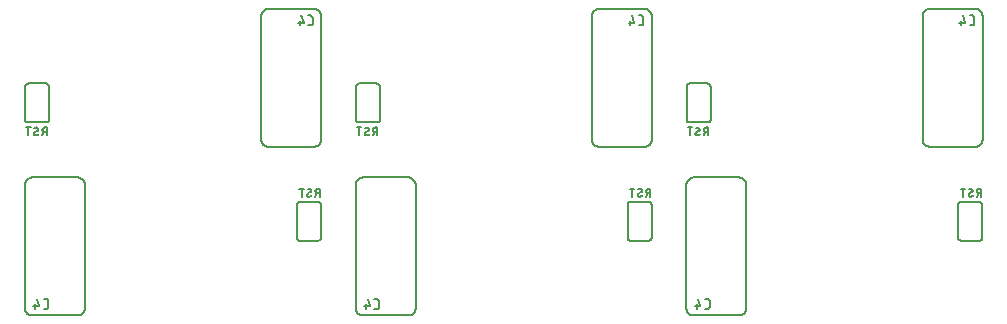
<source format=gbo>
G04 EAGLE Gerber X2 export*
G75*
%MOMM*%
%FSLAX34Y34*%
%LPD*%
%AMOC8*
5,1,8,0,0,1.08239X$1,22.5*%
G01*
%ADD10C,0.152400*%
%ADD11C,0.203200*%


D10*
X40400Y285762D02*
X42319Y285762D01*
X42405Y285764D01*
X42491Y285770D01*
X42577Y285779D01*
X42662Y285793D01*
X42746Y285810D01*
X42830Y285831D01*
X42912Y285856D01*
X42993Y285884D01*
X43073Y285916D01*
X43152Y285952D01*
X43228Y285991D01*
X43303Y286034D01*
X43376Y286079D01*
X43447Y286129D01*
X43515Y286181D01*
X43582Y286236D01*
X43645Y286294D01*
X43706Y286355D01*
X43764Y286418D01*
X43819Y286485D01*
X43872Y286553D01*
X43921Y286624D01*
X43966Y286697D01*
X44009Y286772D01*
X44048Y286848D01*
X44084Y286927D01*
X44116Y287007D01*
X44144Y287088D01*
X44169Y287171D01*
X44190Y287254D01*
X44207Y287338D01*
X44221Y287423D01*
X44230Y287509D01*
X44236Y287595D01*
X44238Y287681D01*
X44238Y292479D01*
X44236Y292565D01*
X44230Y292651D01*
X44221Y292737D01*
X44207Y292822D01*
X44190Y292906D01*
X44169Y292990D01*
X44144Y293072D01*
X44116Y293153D01*
X44084Y293233D01*
X44048Y293312D01*
X44009Y293388D01*
X43966Y293463D01*
X43921Y293536D01*
X43872Y293607D01*
X43819Y293675D01*
X43764Y293742D01*
X43706Y293805D01*
X43645Y293866D01*
X43582Y293924D01*
X43516Y293979D01*
X43447Y294031D01*
X43376Y294081D01*
X43303Y294126D01*
X43228Y294169D01*
X43152Y294208D01*
X43073Y294244D01*
X42993Y294276D01*
X42912Y294304D01*
X42830Y294329D01*
X42746Y294350D01*
X42662Y294367D01*
X42577Y294381D01*
X42491Y294390D01*
X42405Y294396D01*
X42319Y294398D01*
X40400Y294398D01*
X34661Y294398D02*
X36580Y287681D01*
X31782Y287681D01*
X33221Y289600D02*
X33221Y285762D01*
X274238Y380762D02*
X274238Y387366D01*
X272404Y387366D01*
X272319Y387364D01*
X272235Y387358D01*
X272151Y387348D01*
X272067Y387335D01*
X271984Y387317D01*
X271902Y387296D01*
X271821Y387271D01*
X271741Y387242D01*
X271663Y387210D01*
X271587Y387174D01*
X271512Y387134D01*
X271439Y387091D01*
X271368Y387045D01*
X271299Y386996D01*
X271232Y386943D01*
X271168Y386887D01*
X271107Y386829D01*
X271049Y386768D01*
X270993Y386704D01*
X270940Y386637D01*
X270891Y386568D01*
X270845Y386497D01*
X270802Y386424D01*
X270762Y386349D01*
X270726Y386273D01*
X270694Y386195D01*
X270665Y386115D01*
X270640Y386034D01*
X270619Y385952D01*
X270601Y385869D01*
X270588Y385785D01*
X270578Y385701D01*
X270572Y385617D01*
X270570Y385532D01*
X270572Y385447D01*
X270578Y385363D01*
X270588Y385279D01*
X270601Y385195D01*
X270619Y385112D01*
X270640Y385030D01*
X270665Y384949D01*
X270694Y384869D01*
X270726Y384791D01*
X270762Y384715D01*
X270802Y384640D01*
X270845Y384567D01*
X270891Y384496D01*
X270940Y384427D01*
X270993Y384360D01*
X271049Y384296D01*
X271107Y384235D01*
X271168Y384177D01*
X271232Y384121D01*
X271299Y384068D01*
X271368Y384019D01*
X271439Y383973D01*
X271512Y383930D01*
X271587Y383890D01*
X271663Y383854D01*
X271741Y383822D01*
X271821Y383793D01*
X271902Y383768D01*
X271984Y383747D01*
X272067Y383729D01*
X272151Y383716D01*
X272235Y383706D01*
X272319Y383700D01*
X272404Y383698D01*
X272404Y383697D02*
X274238Y383697D01*
X272037Y383697D02*
X270569Y380762D01*
X265044Y380762D02*
X264970Y380764D01*
X264895Y380770D01*
X264822Y380779D01*
X264748Y380792D01*
X264676Y380809D01*
X264605Y380829D01*
X264534Y380853D01*
X264465Y380881D01*
X264398Y380912D01*
X264332Y380946D01*
X264267Y380984D01*
X264205Y381025D01*
X264145Y381069D01*
X264088Y381116D01*
X264033Y381166D01*
X263980Y381219D01*
X263930Y381274D01*
X263883Y381331D01*
X263839Y381391D01*
X263798Y381453D01*
X263760Y381518D01*
X263726Y381584D01*
X263695Y381651D01*
X263667Y381720D01*
X263643Y381791D01*
X263623Y381862D01*
X263606Y381934D01*
X263593Y382008D01*
X263584Y382081D01*
X263578Y382156D01*
X263576Y382230D01*
X265044Y380762D02*
X265155Y380764D01*
X265266Y380770D01*
X265377Y380780D01*
X265488Y380794D01*
X265597Y380812D01*
X265706Y380834D01*
X265815Y380859D01*
X265922Y380889D01*
X266028Y380922D01*
X266133Y380960D01*
X266236Y381000D01*
X266338Y381045D01*
X266438Y381093D01*
X266537Y381145D01*
X266633Y381200D01*
X266728Y381259D01*
X266820Y381321D01*
X266910Y381387D01*
X266998Y381455D01*
X267083Y381527D01*
X267165Y381602D01*
X267245Y381679D01*
X267062Y385899D02*
X267060Y385973D01*
X267054Y386048D01*
X267045Y386121D01*
X267032Y386195D01*
X267015Y386267D01*
X266995Y386338D01*
X266971Y386409D01*
X266943Y386478D01*
X266912Y386545D01*
X266878Y386611D01*
X266840Y386676D01*
X266799Y386738D01*
X266755Y386798D01*
X266708Y386855D01*
X266658Y386910D01*
X266605Y386963D01*
X266550Y387013D01*
X266493Y387060D01*
X266433Y387104D01*
X266371Y387145D01*
X266306Y387183D01*
X266240Y387217D01*
X266173Y387248D01*
X266104Y387276D01*
X266033Y387300D01*
X265962Y387320D01*
X265890Y387337D01*
X265816Y387350D01*
X265743Y387359D01*
X265668Y387365D01*
X265594Y387367D01*
X265594Y387366D02*
X265490Y387364D01*
X265386Y387358D01*
X265282Y387348D01*
X265179Y387335D01*
X265076Y387317D01*
X264974Y387295D01*
X264873Y387270D01*
X264773Y387241D01*
X264674Y387208D01*
X264577Y387171D01*
X264481Y387131D01*
X264386Y387087D01*
X264294Y387039D01*
X264203Y386989D01*
X264114Y386934D01*
X264027Y386877D01*
X263943Y386816D01*
X266328Y384614D02*
X266391Y384653D01*
X266451Y384695D01*
X266510Y384740D01*
X266566Y384788D01*
X266619Y384839D01*
X266670Y384892D01*
X266719Y384947D01*
X266764Y385005D01*
X266807Y385065D01*
X266847Y385127D01*
X266883Y385191D01*
X266917Y385257D01*
X266947Y385325D01*
X266974Y385393D01*
X266997Y385463D01*
X267017Y385534D01*
X267033Y385606D01*
X267046Y385679D01*
X267055Y385752D01*
X267060Y385825D01*
X267062Y385899D01*
X264310Y383515D02*
X264247Y383476D01*
X264187Y383434D01*
X264129Y383389D01*
X264072Y383341D01*
X264019Y383290D01*
X263968Y383237D01*
X263919Y383182D01*
X263874Y383124D01*
X263831Y383064D01*
X263791Y383002D01*
X263755Y382938D01*
X263721Y382872D01*
X263691Y382804D01*
X263664Y382736D01*
X263641Y382666D01*
X263621Y382595D01*
X263605Y382523D01*
X263592Y382450D01*
X263583Y382377D01*
X263578Y382304D01*
X263576Y382230D01*
X264310Y383514D02*
X266328Y384614D01*
X258827Y387366D02*
X258827Y380762D01*
X256993Y387366D02*
X260662Y387366D01*
X264380Y525602D02*
X266299Y525602D01*
X266385Y525604D01*
X266471Y525610D01*
X266557Y525619D01*
X266642Y525633D01*
X266726Y525650D01*
X266810Y525671D01*
X266892Y525696D01*
X266973Y525724D01*
X267053Y525756D01*
X267132Y525792D01*
X267208Y525831D01*
X267283Y525874D01*
X267356Y525919D01*
X267427Y525969D01*
X267495Y526021D01*
X267562Y526076D01*
X267625Y526134D01*
X267686Y526195D01*
X267744Y526258D01*
X267799Y526325D01*
X267852Y526393D01*
X267901Y526464D01*
X267946Y526537D01*
X267989Y526612D01*
X268028Y526688D01*
X268064Y526767D01*
X268096Y526847D01*
X268124Y526928D01*
X268149Y527011D01*
X268170Y527094D01*
X268187Y527178D01*
X268201Y527263D01*
X268210Y527349D01*
X268216Y527435D01*
X268218Y527521D01*
X268218Y532319D01*
X268216Y532405D01*
X268210Y532491D01*
X268201Y532577D01*
X268187Y532662D01*
X268170Y532746D01*
X268149Y532830D01*
X268124Y532912D01*
X268096Y532993D01*
X268064Y533073D01*
X268028Y533152D01*
X267989Y533228D01*
X267946Y533303D01*
X267901Y533376D01*
X267852Y533447D01*
X267799Y533515D01*
X267744Y533582D01*
X267686Y533645D01*
X267625Y533706D01*
X267562Y533764D01*
X267496Y533819D01*
X267427Y533871D01*
X267356Y533921D01*
X267283Y533966D01*
X267208Y534009D01*
X267132Y534048D01*
X267053Y534084D01*
X266973Y534116D01*
X266892Y534144D01*
X266810Y534169D01*
X266726Y534190D01*
X266642Y534207D01*
X266557Y534221D01*
X266471Y534230D01*
X266385Y534236D01*
X266299Y534238D01*
X264380Y534238D01*
X258641Y534238D02*
X260560Y527521D01*
X255762Y527521D01*
X257201Y529440D02*
X257201Y525602D01*
X43007Y439238D02*
X43007Y432634D01*
X43007Y439238D02*
X41173Y439238D01*
X41173Y439237D02*
X41088Y439235D01*
X41004Y439229D01*
X40920Y439219D01*
X40836Y439206D01*
X40753Y439188D01*
X40671Y439167D01*
X40590Y439142D01*
X40510Y439113D01*
X40432Y439081D01*
X40356Y439045D01*
X40281Y439005D01*
X40208Y438962D01*
X40137Y438916D01*
X40068Y438867D01*
X40001Y438814D01*
X39937Y438758D01*
X39876Y438700D01*
X39818Y438639D01*
X39762Y438575D01*
X39709Y438508D01*
X39660Y438439D01*
X39614Y438368D01*
X39571Y438295D01*
X39531Y438220D01*
X39495Y438144D01*
X39463Y438066D01*
X39434Y437986D01*
X39409Y437905D01*
X39388Y437823D01*
X39370Y437740D01*
X39357Y437656D01*
X39347Y437572D01*
X39341Y437488D01*
X39339Y437403D01*
X39341Y437318D01*
X39347Y437234D01*
X39357Y437150D01*
X39370Y437066D01*
X39388Y436983D01*
X39409Y436901D01*
X39434Y436820D01*
X39463Y436740D01*
X39495Y436662D01*
X39531Y436586D01*
X39571Y436511D01*
X39614Y436438D01*
X39660Y436367D01*
X39709Y436298D01*
X39762Y436231D01*
X39818Y436167D01*
X39876Y436106D01*
X39937Y436048D01*
X40001Y435992D01*
X40068Y435939D01*
X40137Y435890D01*
X40208Y435844D01*
X40281Y435801D01*
X40356Y435761D01*
X40432Y435725D01*
X40510Y435693D01*
X40590Y435664D01*
X40671Y435639D01*
X40753Y435618D01*
X40836Y435600D01*
X40920Y435587D01*
X41004Y435577D01*
X41088Y435571D01*
X41173Y435569D01*
X43007Y435569D01*
X40806Y435569D02*
X39338Y432634D01*
X33813Y432633D02*
X33739Y432635D01*
X33664Y432641D01*
X33591Y432650D01*
X33517Y432663D01*
X33445Y432680D01*
X33374Y432700D01*
X33303Y432724D01*
X33234Y432752D01*
X33167Y432783D01*
X33101Y432817D01*
X33036Y432855D01*
X32974Y432896D01*
X32914Y432940D01*
X32857Y432987D01*
X32802Y433037D01*
X32749Y433090D01*
X32699Y433145D01*
X32652Y433202D01*
X32608Y433262D01*
X32567Y433324D01*
X32529Y433389D01*
X32495Y433455D01*
X32464Y433522D01*
X32436Y433591D01*
X32412Y433662D01*
X32392Y433733D01*
X32375Y433805D01*
X32362Y433879D01*
X32353Y433952D01*
X32347Y434027D01*
X32345Y434101D01*
X33813Y432634D02*
X33924Y432636D01*
X34035Y432642D01*
X34146Y432652D01*
X34257Y432666D01*
X34366Y432684D01*
X34475Y432706D01*
X34584Y432731D01*
X34691Y432761D01*
X34797Y432794D01*
X34902Y432832D01*
X35005Y432872D01*
X35107Y432917D01*
X35207Y432965D01*
X35306Y433017D01*
X35402Y433072D01*
X35497Y433131D01*
X35589Y433193D01*
X35679Y433259D01*
X35767Y433327D01*
X35852Y433399D01*
X35934Y433474D01*
X36014Y433551D01*
X35832Y437770D02*
X35830Y437844D01*
X35824Y437919D01*
X35815Y437992D01*
X35802Y438066D01*
X35785Y438138D01*
X35765Y438209D01*
X35741Y438280D01*
X35713Y438349D01*
X35682Y438416D01*
X35648Y438482D01*
X35610Y438547D01*
X35569Y438609D01*
X35525Y438669D01*
X35478Y438726D01*
X35428Y438781D01*
X35375Y438834D01*
X35320Y438884D01*
X35263Y438931D01*
X35203Y438975D01*
X35141Y439016D01*
X35076Y439054D01*
X35010Y439088D01*
X34943Y439119D01*
X34874Y439147D01*
X34803Y439171D01*
X34732Y439191D01*
X34660Y439208D01*
X34586Y439221D01*
X34513Y439230D01*
X34438Y439236D01*
X34364Y439238D01*
X34260Y439236D01*
X34156Y439230D01*
X34052Y439220D01*
X33949Y439207D01*
X33846Y439189D01*
X33744Y439167D01*
X33643Y439142D01*
X33543Y439113D01*
X33444Y439080D01*
X33347Y439043D01*
X33251Y439003D01*
X33156Y438959D01*
X33064Y438911D01*
X32973Y438861D01*
X32884Y438806D01*
X32797Y438749D01*
X32713Y438688D01*
X35098Y436485D02*
X35161Y436524D01*
X35221Y436566D01*
X35280Y436611D01*
X35336Y436659D01*
X35389Y436710D01*
X35440Y436763D01*
X35489Y436818D01*
X35534Y436876D01*
X35577Y436936D01*
X35617Y436998D01*
X35653Y437062D01*
X35687Y437128D01*
X35717Y437196D01*
X35744Y437264D01*
X35767Y437334D01*
X35787Y437405D01*
X35803Y437477D01*
X35816Y437550D01*
X35825Y437623D01*
X35830Y437696D01*
X35832Y437770D01*
X33079Y435386D02*
X33016Y435347D01*
X32956Y435305D01*
X32898Y435260D01*
X32841Y435212D01*
X32788Y435161D01*
X32737Y435108D01*
X32688Y435053D01*
X32643Y434995D01*
X32600Y434935D01*
X32560Y434873D01*
X32524Y434809D01*
X32490Y434743D01*
X32460Y434675D01*
X32433Y434607D01*
X32410Y434537D01*
X32390Y434466D01*
X32374Y434394D01*
X32361Y434321D01*
X32352Y434248D01*
X32347Y434175D01*
X32345Y434101D01*
X33080Y435386D02*
X35097Y436486D01*
X27597Y439238D02*
X27597Y432634D01*
X29431Y439238D02*
X25762Y439238D01*
X320400Y285762D02*
X322319Y285762D01*
X322405Y285764D01*
X322491Y285770D01*
X322577Y285779D01*
X322662Y285793D01*
X322746Y285810D01*
X322830Y285831D01*
X322912Y285856D01*
X322993Y285884D01*
X323073Y285916D01*
X323152Y285952D01*
X323228Y285991D01*
X323303Y286034D01*
X323376Y286079D01*
X323447Y286129D01*
X323515Y286181D01*
X323582Y286236D01*
X323645Y286294D01*
X323706Y286355D01*
X323764Y286418D01*
X323819Y286485D01*
X323872Y286553D01*
X323921Y286624D01*
X323966Y286697D01*
X324009Y286772D01*
X324048Y286848D01*
X324084Y286927D01*
X324116Y287007D01*
X324144Y287088D01*
X324169Y287171D01*
X324190Y287254D01*
X324207Y287338D01*
X324221Y287423D01*
X324230Y287509D01*
X324236Y287595D01*
X324238Y287681D01*
X324238Y292479D01*
X324236Y292565D01*
X324230Y292651D01*
X324221Y292737D01*
X324207Y292822D01*
X324190Y292906D01*
X324169Y292990D01*
X324144Y293072D01*
X324116Y293153D01*
X324084Y293233D01*
X324048Y293312D01*
X324009Y293388D01*
X323966Y293463D01*
X323921Y293536D01*
X323872Y293607D01*
X323819Y293675D01*
X323764Y293742D01*
X323706Y293805D01*
X323645Y293866D01*
X323582Y293924D01*
X323516Y293979D01*
X323447Y294031D01*
X323376Y294081D01*
X323303Y294126D01*
X323228Y294169D01*
X323152Y294208D01*
X323073Y294244D01*
X322993Y294276D01*
X322912Y294304D01*
X322830Y294329D01*
X322746Y294350D01*
X322662Y294367D01*
X322577Y294381D01*
X322491Y294390D01*
X322405Y294396D01*
X322319Y294398D01*
X320400Y294398D01*
X314661Y294398D02*
X316580Y287681D01*
X311782Y287681D01*
X313221Y289600D02*
X313221Y285762D01*
X554238Y380762D02*
X554238Y387366D01*
X552404Y387366D01*
X552319Y387364D01*
X552235Y387358D01*
X552151Y387348D01*
X552067Y387335D01*
X551984Y387317D01*
X551902Y387296D01*
X551821Y387271D01*
X551741Y387242D01*
X551663Y387210D01*
X551587Y387174D01*
X551512Y387134D01*
X551439Y387091D01*
X551368Y387045D01*
X551299Y386996D01*
X551232Y386943D01*
X551168Y386887D01*
X551107Y386829D01*
X551049Y386768D01*
X550993Y386704D01*
X550940Y386637D01*
X550891Y386568D01*
X550845Y386497D01*
X550802Y386424D01*
X550762Y386349D01*
X550726Y386273D01*
X550694Y386195D01*
X550665Y386115D01*
X550640Y386034D01*
X550619Y385952D01*
X550601Y385869D01*
X550588Y385785D01*
X550578Y385701D01*
X550572Y385617D01*
X550570Y385532D01*
X550572Y385447D01*
X550578Y385363D01*
X550588Y385279D01*
X550601Y385195D01*
X550619Y385112D01*
X550640Y385030D01*
X550665Y384949D01*
X550694Y384869D01*
X550726Y384791D01*
X550762Y384715D01*
X550802Y384640D01*
X550845Y384567D01*
X550891Y384496D01*
X550940Y384427D01*
X550993Y384360D01*
X551049Y384296D01*
X551107Y384235D01*
X551168Y384177D01*
X551232Y384121D01*
X551299Y384068D01*
X551368Y384019D01*
X551439Y383973D01*
X551512Y383930D01*
X551587Y383890D01*
X551663Y383854D01*
X551741Y383822D01*
X551821Y383793D01*
X551902Y383768D01*
X551984Y383747D01*
X552067Y383729D01*
X552151Y383716D01*
X552235Y383706D01*
X552319Y383700D01*
X552404Y383698D01*
X552404Y383697D02*
X554238Y383697D01*
X552037Y383697D02*
X550569Y380762D01*
X545044Y380762D02*
X544970Y380764D01*
X544895Y380770D01*
X544822Y380779D01*
X544748Y380792D01*
X544676Y380809D01*
X544605Y380829D01*
X544534Y380853D01*
X544465Y380881D01*
X544398Y380912D01*
X544332Y380946D01*
X544267Y380984D01*
X544205Y381025D01*
X544145Y381069D01*
X544088Y381116D01*
X544033Y381166D01*
X543980Y381219D01*
X543930Y381274D01*
X543883Y381331D01*
X543839Y381391D01*
X543798Y381453D01*
X543760Y381518D01*
X543726Y381584D01*
X543695Y381651D01*
X543667Y381720D01*
X543643Y381791D01*
X543623Y381862D01*
X543606Y381934D01*
X543593Y382008D01*
X543584Y382081D01*
X543578Y382156D01*
X543576Y382230D01*
X545044Y380762D02*
X545155Y380764D01*
X545266Y380770D01*
X545377Y380780D01*
X545488Y380794D01*
X545597Y380812D01*
X545706Y380834D01*
X545815Y380859D01*
X545922Y380889D01*
X546028Y380922D01*
X546133Y380960D01*
X546236Y381000D01*
X546338Y381045D01*
X546438Y381093D01*
X546537Y381145D01*
X546633Y381200D01*
X546728Y381259D01*
X546820Y381321D01*
X546910Y381387D01*
X546998Y381455D01*
X547083Y381527D01*
X547165Y381602D01*
X547245Y381679D01*
X547062Y385899D02*
X547060Y385973D01*
X547054Y386048D01*
X547045Y386121D01*
X547032Y386195D01*
X547015Y386267D01*
X546995Y386338D01*
X546971Y386409D01*
X546943Y386478D01*
X546912Y386545D01*
X546878Y386611D01*
X546840Y386676D01*
X546799Y386738D01*
X546755Y386798D01*
X546708Y386855D01*
X546658Y386910D01*
X546605Y386963D01*
X546550Y387013D01*
X546493Y387060D01*
X546433Y387104D01*
X546371Y387145D01*
X546306Y387183D01*
X546240Y387217D01*
X546173Y387248D01*
X546104Y387276D01*
X546033Y387300D01*
X545962Y387320D01*
X545890Y387337D01*
X545816Y387350D01*
X545743Y387359D01*
X545668Y387365D01*
X545594Y387367D01*
X545594Y387366D02*
X545490Y387364D01*
X545386Y387358D01*
X545282Y387348D01*
X545179Y387335D01*
X545076Y387317D01*
X544974Y387295D01*
X544873Y387270D01*
X544773Y387241D01*
X544674Y387208D01*
X544577Y387171D01*
X544481Y387131D01*
X544386Y387087D01*
X544294Y387039D01*
X544203Y386989D01*
X544114Y386934D01*
X544027Y386877D01*
X543943Y386816D01*
X546328Y384614D02*
X546391Y384653D01*
X546451Y384695D01*
X546510Y384740D01*
X546566Y384788D01*
X546619Y384839D01*
X546670Y384892D01*
X546719Y384947D01*
X546764Y385005D01*
X546807Y385065D01*
X546847Y385127D01*
X546883Y385191D01*
X546917Y385257D01*
X546947Y385325D01*
X546974Y385393D01*
X546997Y385463D01*
X547017Y385534D01*
X547033Y385606D01*
X547046Y385679D01*
X547055Y385752D01*
X547060Y385825D01*
X547062Y385899D01*
X544310Y383515D02*
X544247Y383476D01*
X544187Y383434D01*
X544129Y383389D01*
X544072Y383341D01*
X544019Y383290D01*
X543968Y383237D01*
X543919Y383182D01*
X543874Y383124D01*
X543831Y383064D01*
X543791Y383002D01*
X543755Y382938D01*
X543721Y382872D01*
X543691Y382804D01*
X543664Y382736D01*
X543641Y382666D01*
X543621Y382595D01*
X543605Y382523D01*
X543592Y382450D01*
X543583Y382377D01*
X543578Y382304D01*
X543576Y382230D01*
X544310Y383514D02*
X546328Y384614D01*
X538827Y387366D02*
X538827Y380762D01*
X536993Y387366D02*
X540662Y387366D01*
X544380Y525602D02*
X546299Y525602D01*
X546385Y525604D01*
X546471Y525610D01*
X546557Y525619D01*
X546642Y525633D01*
X546726Y525650D01*
X546810Y525671D01*
X546892Y525696D01*
X546973Y525724D01*
X547053Y525756D01*
X547132Y525792D01*
X547208Y525831D01*
X547283Y525874D01*
X547356Y525919D01*
X547427Y525969D01*
X547495Y526021D01*
X547562Y526076D01*
X547625Y526134D01*
X547686Y526195D01*
X547744Y526258D01*
X547799Y526325D01*
X547852Y526393D01*
X547901Y526464D01*
X547946Y526537D01*
X547989Y526612D01*
X548028Y526688D01*
X548064Y526767D01*
X548096Y526847D01*
X548124Y526928D01*
X548149Y527011D01*
X548170Y527094D01*
X548187Y527178D01*
X548201Y527263D01*
X548210Y527349D01*
X548216Y527435D01*
X548218Y527521D01*
X548218Y532319D01*
X548216Y532405D01*
X548210Y532491D01*
X548201Y532577D01*
X548187Y532662D01*
X548170Y532746D01*
X548149Y532830D01*
X548124Y532912D01*
X548096Y532993D01*
X548064Y533073D01*
X548028Y533152D01*
X547989Y533228D01*
X547946Y533303D01*
X547901Y533376D01*
X547852Y533447D01*
X547799Y533515D01*
X547744Y533582D01*
X547686Y533645D01*
X547625Y533706D01*
X547562Y533764D01*
X547496Y533819D01*
X547427Y533871D01*
X547356Y533921D01*
X547283Y533966D01*
X547208Y534009D01*
X547132Y534048D01*
X547053Y534084D01*
X546973Y534116D01*
X546892Y534144D01*
X546810Y534169D01*
X546726Y534190D01*
X546642Y534207D01*
X546557Y534221D01*
X546471Y534230D01*
X546385Y534236D01*
X546299Y534238D01*
X544380Y534238D01*
X538641Y534238D02*
X540560Y527521D01*
X535762Y527521D01*
X537201Y529440D02*
X537201Y525602D01*
X323007Y439238D02*
X323007Y432634D01*
X323007Y439238D02*
X321173Y439238D01*
X321173Y439237D02*
X321088Y439235D01*
X321004Y439229D01*
X320920Y439219D01*
X320836Y439206D01*
X320753Y439188D01*
X320671Y439167D01*
X320590Y439142D01*
X320510Y439113D01*
X320432Y439081D01*
X320356Y439045D01*
X320281Y439005D01*
X320208Y438962D01*
X320137Y438916D01*
X320068Y438867D01*
X320001Y438814D01*
X319937Y438758D01*
X319876Y438700D01*
X319818Y438639D01*
X319762Y438575D01*
X319709Y438508D01*
X319660Y438439D01*
X319614Y438368D01*
X319571Y438295D01*
X319531Y438220D01*
X319495Y438144D01*
X319463Y438066D01*
X319434Y437986D01*
X319409Y437905D01*
X319388Y437823D01*
X319370Y437740D01*
X319357Y437656D01*
X319347Y437572D01*
X319341Y437488D01*
X319339Y437403D01*
X319341Y437318D01*
X319347Y437234D01*
X319357Y437150D01*
X319370Y437066D01*
X319388Y436983D01*
X319409Y436901D01*
X319434Y436820D01*
X319463Y436740D01*
X319495Y436662D01*
X319531Y436586D01*
X319571Y436511D01*
X319614Y436438D01*
X319660Y436367D01*
X319709Y436298D01*
X319762Y436231D01*
X319818Y436167D01*
X319876Y436106D01*
X319937Y436048D01*
X320001Y435992D01*
X320068Y435939D01*
X320137Y435890D01*
X320208Y435844D01*
X320281Y435801D01*
X320356Y435761D01*
X320432Y435725D01*
X320510Y435693D01*
X320590Y435664D01*
X320671Y435639D01*
X320753Y435618D01*
X320836Y435600D01*
X320920Y435587D01*
X321004Y435577D01*
X321088Y435571D01*
X321173Y435569D01*
X323007Y435569D01*
X320806Y435569D02*
X319338Y432634D01*
X313813Y432633D02*
X313739Y432635D01*
X313664Y432641D01*
X313591Y432650D01*
X313517Y432663D01*
X313445Y432680D01*
X313374Y432700D01*
X313303Y432724D01*
X313234Y432752D01*
X313167Y432783D01*
X313101Y432817D01*
X313036Y432855D01*
X312974Y432896D01*
X312914Y432940D01*
X312857Y432987D01*
X312802Y433037D01*
X312749Y433090D01*
X312699Y433145D01*
X312652Y433202D01*
X312608Y433262D01*
X312567Y433324D01*
X312529Y433389D01*
X312495Y433455D01*
X312464Y433522D01*
X312436Y433591D01*
X312412Y433662D01*
X312392Y433733D01*
X312375Y433805D01*
X312362Y433879D01*
X312353Y433952D01*
X312347Y434027D01*
X312345Y434101D01*
X313813Y432634D02*
X313924Y432636D01*
X314035Y432642D01*
X314146Y432652D01*
X314257Y432666D01*
X314366Y432684D01*
X314475Y432706D01*
X314584Y432731D01*
X314691Y432761D01*
X314797Y432794D01*
X314902Y432832D01*
X315005Y432872D01*
X315107Y432917D01*
X315207Y432965D01*
X315306Y433017D01*
X315402Y433072D01*
X315497Y433131D01*
X315589Y433193D01*
X315679Y433259D01*
X315767Y433327D01*
X315852Y433399D01*
X315934Y433474D01*
X316014Y433551D01*
X315832Y437770D02*
X315830Y437844D01*
X315824Y437919D01*
X315815Y437992D01*
X315802Y438066D01*
X315785Y438138D01*
X315765Y438209D01*
X315741Y438280D01*
X315713Y438349D01*
X315682Y438416D01*
X315648Y438482D01*
X315610Y438547D01*
X315569Y438609D01*
X315525Y438669D01*
X315478Y438726D01*
X315428Y438781D01*
X315375Y438834D01*
X315320Y438884D01*
X315263Y438931D01*
X315203Y438975D01*
X315141Y439016D01*
X315076Y439054D01*
X315010Y439088D01*
X314943Y439119D01*
X314874Y439147D01*
X314803Y439171D01*
X314732Y439191D01*
X314660Y439208D01*
X314586Y439221D01*
X314513Y439230D01*
X314438Y439236D01*
X314364Y439238D01*
X314260Y439236D01*
X314156Y439230D01*
X314052Y439220D01*
X313949Y439207D01*
X313846Y439189D01*
X313744Y439167D01*
X313643Y439142D01*
X313543Y439113D01*
X313444Y439080D01*
X313347Y439043D01*
X313251Y439003D01*
X313156Y438959D01*
X313064Y438911D01*
X312973Y438861D01*
X312884Y438806D01*
X312797Y438749D01*
X312713Y438688D01*
X315098Y436485D02*
X315161Y436524D01*
X315221Y436566D01*
X315280Y436611D01*
X315336Y436659D01*
X315389Y436710D01*
X315440Y436763D01*
X315489Y436818D01*
X315534Y436876D01*
X315577Y436936D01*
X315617Y436998D01*
X315653Y437062D01*
X315687Y437128D01*
X315717Y437196D01*
X315744Y437264D01*
X315767Y437334D01*
X315787Y437405D01*
X315803Y437477D01*
X315816Y437550D01*
X315825Y437623D01*
X315830Y437696D01*
X315832Y437770D01*
X313079Y435386D02*
X313016Y435347D01*
X312956Y435305D01*
X312898Y435260D01*
X312841Y435212D01*
X312788Y435161D01*
X312737Y435108D01*
X312688Y435053D01*
X312643Y434995D01*
X312600Y434935D01*
X312560Y434873D01*
X312524Y434809D01*
X312490Y434743D01*
X312460Y434675D01*
X312433Y434607D01*
X312410Y434537D01*
X312390Y434466D01*
X312374Y434394D01*
X312361Y434321D01*
X312352Y434248D01*
X312347Y434175D01*
X312345Y434101D01*
X313080Y435386D02*
X315097Y436486D01*
X307597Y439238D02*
X307597Y432634D01*
X309431Y439238D02*
X305762Y439238D01*
X600400Y285762D02*
X602319Y285762D01*
X602405Y285764D01*
X602491Y285770D01*
X602577Y285779D01*
X602662Y285793D01*
X602746Y285810D01*
X602830Y285831D01*
X602912Y285856D01*
X602993Y285884D01*
X603073Y285916D01*
X603152Y285952D01*
X603228Y285991D01*
X603303Y286034D01*
X603376Y286079D01*
X603447Y286129D01*
X603515Y286181D01*
X603582Y286236D01*
X603645Y286294D01*
X603706Y286355D01*
X603764Y286418D01*
X603819Y286485D01*
X603872Y286553D01*
X603921Y286624D01*
X603966Y286697D01*
X604009Y286772D01*
X604048Y286848D01*
X604084Y286927D01*
X604116Y287007D01*
X604144Y287088D01*
X604169Y287171D01*
X604190Y287254D01*
X604207Y287338D01*
X604221Y287423D01*
X604230Y287509D01*
X604236Y287595D01*
X604238Y287681D01*
X604238Y292479D01*
X604236Y292565D01*
X604230Y292651D01*
X604221Y292737D01*
X604207Y292822D01*
X604190Y292906D01*
X604169Y292990D01*
X604144Y293072D01*
X604116Y293153D01*
X604084Y293233D01*
X604048Y293312D01*
X604009Y293388D01*
X603966Y293463D01*
X603921Y293536D01*
X603872Y293607D01*
X603819Y293675D01*
X603764Y293742D01*
X603706Y293805D01*
X603645Y293866D01*
X603582Y293924D01*
X603516Y293979D01*
X603447Y294031D01*
X603376Y294081D01*
X603303Y294126D01*
X603228Y294169D01*
X603152Y294208D01*
X603073Y294244D01*
X602993Y294276D01*
X602912Y294304D01*
X602830Y294329D01*
X602746Y294350D01*
X602662Y294367D01*
X602577Y294381D01*
X602491Y294390D01*
X602405Y294396D01*
X602319Y294398D01*
X600400Y294398D01*
X594661Y294398D02*
X596580Y287681D01*
X591782Y287681D01*
X593221Y289600D02*
X593221Y285762D01*
X834238Y380762D02*
X834238Y387366D01*
X832404Y387366D01*
X832319Y387364D01*
X832235Y387358D01*
X832151Y387348D01*
X832067Y387335D01*
X831984Y387317D01*
X831902Y387296D01*
X831821Y387271D01*
X831741Y387242D01*
X831663Y387210D01*
X831587Y387174D01*
X831512Y387134D01*
X831439Y387091D01*
X831368Y387045D01*
X831299Y386996D01*
X831232Y386943D01*
X831168Y386887D01*
X831107Y386829D01*
X831049Y386768D01*
X830993Y386704D01*
X830940Y386637D01*
X830891Y386568D01*
X830845Y386497D01*
X830802Y386424D01*
X830762Y386349D01*
X830726Y386273D01*
X830694Y386195D01*
X830665Y386115D01*
X830640Y386034D01*
X830619Y385952D01*
X830601Y385869D01*
X830588Y385785D01*
X830578Y385701D01*
X830572Y385617D01*
X830570Y385532D01*
X830572Y385447D01*
X830578Y385363D01*
X830588Y385279D01*
X830601Y385195D01*
X830619Y385112D01*
X830640Y385030D01*
X830665Y384949D01*
X830694Y384869D01*
X830726Y384791D01*
X830762Y384715D01*
X830802Y384640D01*
X830845Y384567D01*
X830891Y384496D01*
X830940Y384427D01*
X830993Y384360D01*
X831049Y384296D01*
X831107Y384235D01*
X831168Y384177D01*
X831232Y384121D01*
X831299Y384068D01*
X831368Y384019D01*
X831439Y383973D01*
X831512Y383930D01*
X831587Y383890D01*
X831663Y383854D01*
X831741Y383822D01*
X831821Y383793D01*
X831902Y383768D01*
X831984Y383747D01*
X832067Y383729D01*
X832151Y383716D01*
X832235Y383706D01*
X832319Y383700D01*
X832404Y383698D01*
X832404Y383697D02*
X834238Y383697D01*
X832037Y383697D02*
X830569Y380762D01*
X825044Y380762D02*
X824970Y380764D01*
X824895Y380770D01*
X824822Y380779D01*
X824748Y380792D01*
X824676Y380809D01*
X824605Y380829D01*
X824534Y380853D01*
X824465Y380881D01*
X824398Y380912D01*
X824332Y380946D01*
X824267Y380984D01*
X824205Y381025D01*
X824145Y381069D01*
X824088Y381116D01*
X824033Y381166D01*
X823980Y381219D01*
X823930Y381274D01*
X823883Y381331D01*
X823839Y381391D01*
X823798Y381453D01*
X823760Y381518D01*
X823726Y381584D01*
X823695Y381651D01*
X823667Y381720D01*
X823643Y381791D01*
X823623Y381862D01*
X823606Y381934D01*
X823593Y382008D01*
X823584Y382081D01*
X823578Y382156D01*
X823576Y382230D01*
X825044Y380762D02*
X825155Y380764D01*
X825266Y380770D01*
X825377Y380780D01*
X825488Y380794D01*
X825597Y380812D01*
X825706Y380834D01*
X825815Y380859D01*
X825922Y380889D01*
X826028Y380922D01*
X826133Y380960D01*
X826236Y381000D01*
X826338Y381045D01*
X826438Y381093D01*
X826537Y381145D01*
X826633Y381200D01*
X826728Y381259D01*
X826820Y381321D01*
X826910Y381387D01*
X826998Y381455D01*
X827083Y381527D01*
X827165Y381602D01*
X827245Y381679D01*
X827062Y385899D02*
X827060Y385973D01*
X827054Y386048D01*
X827045Y386121D01*
X827032Y386195D01*
X827015Y386267D01*
X826995Y386338D01*
X826971Y386409D01*
X826943Y386478D01*
X826912Y386545D01*
X826878Y386611D01*
X826840Y386676D01*
X826799Y386738D01*
X826755Y386798D01*
X826708Y386855D01*
X826658Y386910D01*
X826605Y386963D01*
X826550Y387013D01*
X826493Y387060D01*
X826433Y387104D01*
X826371Y387145D01*
X826306Y387183D01*
X826240Y387217D01*
X826173Y387248D01*
X826104Y387276D01*
X826033Y387300D01*
X825962Y387320D01*
X825890Y387337D01*
X825816Y387350D01*
X825743Y387359D01*
X825668Y387365D01*
X825594Y387367D01*
X825594Y387366D02*
X825490Y387364D01*
X825386Y387358D01*
X825282Y387348D01*
X825179Y387335D01*
X825076Y387317D01*
X824974Y387295D01*
X824873Y387270D01*
X824773Y387241D01*
X824674Y387208D01*
X824577Y387171D01*
X824481Y387131D01*
X824386Y387087D01*
X824294Y387039D01*
X824203Y386989D01*
X824114Y386934D01*
X824027Y386877D01*
X823943Y386816D01*
X826328Y384614D02*
X826391Y384653D01*
X826451Y384695D01*
X826510Y384740D01*
X826566Y384788D01*
X826619Y384839D01*
X826670Y384892D01*
X826719Y384947D01*
X826764Y385005D01*
X826807Y385065D01*
X826847Y385127D01*
X826883Y385191D01*
X826917Y385257D01*
X826947Y385325D01*
X826974Y385393D01*
X826997Y385463D01*
X827017Y385534D01*
X827033Y385606D01*
X827046Y385679D01*
X827055Y385752D01*
X827060Y385825D01*
X827062Y385899D01*
X824310Y383515D02*
X824247Y383476D01*
X824187Y383434D01*
X824129Y383389D01*
X824072Y383341D01*
X824019Y383290D01*
X823968Y383237D01*
X823919Y383182D01*
X823874Y383124D01*
X823831Y383064D01*
X823791Y383002D01*
X823755Y382938D01*
X823721Y382872D01*
X823691Y382804D01*
X823664Y382736D01*
X823641Y382666D01*
X823621Y382595D01*
X823605Y382523D01*
X823592Y382450D01*
X823583Y382377D01*
X823578Y382304D01*
X823576Y382230D01*
X824310Y383514D02*
X826328Y384614D01*
X818827Y387366D02*
X818827Y380762D01*
X816993Y387366D02*
X820662Y387366D01*
X824380Y525602D02*
X826299Y525602D01*
X826385Y525604D01*
X826471Y525610D01*
X826557Y525619D01*
X826642Y525633D01*
X826726Y525650D01*
X826810Y525671D01*
X826892Y525696D01*
X826973Y525724D01*
X827053Y525756D01*
X827132Y525792D01*
X827208Y525831D01*
X827283Y525874D01*
X827356Y525919D01*
X827427Y525969D01*
X827495Y526021D01*
X827562Y526076D01*
X827625Y526134D01*
X827686Y526195D01*
X827744Y526258D01*
X827799Y526325D01*
X827852Y526393D01*
X827901Y526464D01*
X827946Y526537D01*
X827989Y526612D01*
X828028Y526688D01*
X828064Y526767D01*
X828096Y526847D01*
X828124Y526928D01*
X828149Y527011D01*
X828170Y527094D01*
X828187Y527178D01*
X828201Y527263D01*
X828210Y527349D01*
X828216Y527435D01*
X828218Y527521D01*
X828218Y532319D01*
X828216Y532405D01*
X828210Y532491D01*
X828201Y532577D01*
X828187Y532662D01*
X828170Y532746D01*
X828149Y532830D01*
X828124Y532912D01*
X828096Y532993D01*
X828064Y533073D01*
X828028Y533152D01*
X827989Y533228D01*
X827946Y533303D01*
X827901Y533376D01*
X827852Y533447D01*
X827799Y533515D01*
X827744Y533582D01*
X827686Y533645D01*
X827625Y533706D01*
X827562Y533764D01*
X827496Y533819D01*
X827427Y533871D01*
X827356Y533921D01*
X827283Y533966D01*
X827208Y534009D01*
X827132Y534048D01*
X827053Y534084D01*
X826973Y534116D01*
X826892Y534144D01*
X826810Y534169D01*
X826726Y534190D01*
X826642Y534207D01*
X826557Y534221D01*
X826471Y534230D01*
X826385Y534236D01*
X826299Y534238D01*
X824380Y534238D01*
X818641Y534238D02*
X820560Y527521D01*
X815762Y527521D01*
X817201Y529440D02*
X817201Y525602D01*
X603007Y439238D02*
X603007Y432634D01*
X603007Y439238D02*
X601173Y439238D01*
X601173Y439237D02*
X601088Y439235D01*
X601004Y439229D01*
X600920Y439219D01*
X600836Y439206D01*
X600753Y439188D01*
X600671Y439167D01*
X600590Y439142D01*
X600510Y439113D01*
X600432Y439081D01*
X600356Y439045D01*
X600281Y439005D01*
X600208Y438962D01*
X600137Y438916D01*
X600068Y438867D01*
X600001Y438814D01*
X599937Y438758D01*
X599876Y438700D01*
X599818Y438639D01*
X599762Y438575D01*
X599709Y438508D01*
X599660Y438439D01*
X599614Y438368D01*
X599571Y438295D01*
X599531Y438220D01*
X599495Y438144D01*
X599463Y438066D01*
X599434Y437986D01*
X599409Y437905D01*
X599388Y437823D01*
X599370Y437740D01*
X599357Y437656D01*
X599347Y437572D01*
X599341Y437488D01*
X599339Y437403D01*
X599341Y437318D01*
X599347Y437234D01*
X599357Y437150D01*
X599370Y437066D01*
X599388Y436983D01*
X599409Y436901D01*
X599434Y436820D01*
X599463Y436740D01*
X599495Y436662D01*
X599531Y436586D01*
X599571Y436511D01*
X599614Y436438D01*
X599660Y436367D01*
X599709Y436298D01*
X599762Y436231D01*
X599818Y436167D01*
X599876Y436106D01*
X599937Y436048D01*
X600001Y435992D01*
X600068Y435939D01*
X600137Y435890D01*
X600208Y435844D01*
X600281Y435801D01*
X600356Y435761D01*
X600432Y435725D01*
X600510Y435693D01*
X600590Y435664D01*
X600671Y435639D01*
X600753Y435618D01*
X600836Y435600D01*
X600920Y435587D01*
X601004Y435577D01*
X601088Y435571D01*
X601173Y435569D01*
X603007Y435569D01*
X600806Y435569D02*
X599338Y432634D01*
X593813Y432633D02*
X593739Y432635D01*
X593664Y432641D01*
X593591Y432650D01*
X593517Y432663D01*
X593445Y432680D01*
X593374Y432700D01*
X593303Y432724D01*
X593234Y432752D01*
X593167Y432783D01*
X593101Y432817D01*
X593036Y432855D01*
X592974Y432896D01*
X592914Y432940D01*
X592857Y432987D01*
X592802Y433037D01*
X592749Y433090D01*
X592699Y433145D01*
X592652Y433202D01*
X592608Y433262D01*
X592567Y433324D01*
X592529Y433389D01*
X592495Y433455D01*
X592464Y433522D01*
X592436Y433591D01*
X592412Y433662D01*
X592392Y433733D01*
X592375Y433805D01*
X592362Y433879D01*
X592353Y433952D01*
X592347Y434027D01*
X592345Y434101D01*
X593813Y432634D02*
X593924Y432636D01*
X594035Y432642D01*
X594146Y432652D01*
X594257Y432666D01*
X594366Y432684D01*
X594475Y432706D01*
X594584Y432731D01*
X594691Y432761D01*
X594797Y432794D01*
X594902Y432832D01*
X595005Y432872D01*
X595107Y432917D01*
X595207Y432965D01*
X595306Y433017D01*
X595402Y433072D01*
X595497Y433131D01*
X595589Y433193D01*
X595679Y433259D01*
X595767Y433327D01*
X595852Y433399D01*
X595934Y433474D01*
X596014Y433551D01*
X595832Y437770D02*
X595830Y437844D01*
X595824Y437919D01*
X595815Y437992D01*
X595802Y438066D01*
X595785Y438138D01*
X595765Y438209D01*
X595741Y438280D01*
X595713Y438349D01*
X595682Y438416D01*
X595648Y438482D01*
X595610Y438547D01*
X595569Y438609D01*
X595525Y438669D01*
X595478Y438726D01*
X595428Y438781D01*
X595375Y438834D01*
X595320Y438884D01*
X595263Y438931D01*
X595203Y438975D01*
X595141Y439016D01*
X595076Y439054D01*
X595010Y439088D01*
X594943Y439119D01*
X594874Y439147D01*
X594803Y439171D01*
X594732Y439191D01*
X594660Y439208D01*
X594586Y439221D01*
X594513Y439230D01*
X594438Y439236D01*
X594364Y439238D01*
X594260Y439236D01*
X594156Y439230D01*
X594052Y439220D01*
X593949Y439207D01*
X593846Y439189D01*
X593744Y439167D01*
X593643Y439142D01*
X593543Y439113D01*
X593444Y439080D01*
X593347Y439043D01*
X593251Y439003D01*
X593156Y438959D01*
X593064Y438911D01*
X592973Y438861D01*
X592884Y438806D01*
X592797Y438749D01*
X592713Y438688D01*
X595098Y436485D02*
X595161Y436524D01*
X595221Y436566D01*
X595280Y436611D01*
X595336Y436659D01*
X595389Y436710D01*
X595440Y436763D01*
X595489Y436818D01*
X595534Y436876D01*
X595577Y436936D01*
X595617Y436998D01*
X595653Y437062D01*
X595687Y437128D01*
X595717Y437196D01*
X595744Y437264D01*
X595767Y437334D01*
X595787Y437405D01*
X595803Y437477D01*
X595816Y437550D01*
X595825Y437623D01*
X595830Y437696D01*
X595832Y437770D01*
X593079Y435386D02*
X593016Y435347D01*
X592956Y435305D01*
X592898Y435260D01*
X592841Y435212D01*
X592788Y435161D01*
X592737Y435108D01*
X592688Y435053D01*
X592643Y434995D01*
X592600Y434935D01*
X592560Y434873D01*
X592524Y434809D01*
X592490Y434743D01*
X592460Y434675D01*
X592433Y434607D01*
X592410Y434537D01*
X592390Y434466D01*
X592374Y434394D01*
X592361Y434321D01*
X592352Y434248D01*
X592347Y434175D01*
X592345Y434101D01*
X593080Y435386D02*
X595097Y436486D01*
X587597Y439238D02*
X587597Y432634D01*
X589431Y439238D02*
X585762Y439238D01*
X24600Y390650D02*
X24600Y286510D01*
X75400Y286510D02*
X75400Y390650D01*
X69050Y280160D02*
X30950Y280160D01*
X69050Y280160D02*
X69208Y280162D01*
X69367Y280168D01*
X69525Y280178D01*
X69682Y280192D01*
X69840Y280209D01*
X69996Y280231D01*
X70153Y280256D01*
X70308Y280286D01*
X70463Y280319D01*
X70617Y280356D01*
X70770Y280397D01*
X70922Y280442D01*
X71072Y280491D01*
X71222Y280543D01*
X71370Y280599D01*
X71517Y280659D01*
X71662Y280722D01*
X71805Y280789D01*
X71947Y280859D01*
X72087Y280933D01*
X72225Y281011D01*
X72361Y281092D01*
X72495Y281176D01*
X72627Y281263D01*
X72757Y281354D01*
X72884Y281448D01*
X73009Y281545D01*
X73132Y281646D01*
X73252Y281749D01*
X73369Y281855D01*
X73484Y281964D01*
X73596Y282076D01*
X73705Y282191D01*
X73811Y282308D01*
X73914Y282428D01*
X74015Y282551D01*
X74112Y282676D01*
X74206Y282803D01*
X74297Y282933D01*
X74384Y283065D01*
X74468Y283199D01*
X74549Y283335D01*
X74627Y283473D01*
X74701Y283613D01*
X74771Y283755D01*
X74838Y283898D01*
X74901Y284043D01*
X74961Y284190D01*
X75017Y284338D01*
X75069Y284488D01*
X75118Y284638D01*
X75163Y284790D01*
X75204Y284943D01*
X75241Y285097D01*
X75274Y285252D01*
X75304Y285407D01*
X75329Y285564D01*
X75351Y285720D01*
X75368Y285878D01*
X75382Y286035D01*
X75392Y286193D01*
X75398Y286352D01*
X75400Y286510D01*
X30950Y280160D02*
X30792Y280162D01*
X30633Y280168D01*
X30475Y280178D01*
X30318Y280192D01*
X30160Y280209D01*
X30004Y280231D01*
X29847Y280256D01*
X29692Y280286D01*
X29537Y280319D01*
X29383Y280356D01*
X29230Y280397D01*
X29078Y280442D01*
X28928Y280491D01*
X28778Y280543D01*
X28630Y280599D01*
X28483Y280659D01*
X28338Y280722D01*
X28195Y280789D01*
X28053Y280859D01*
X27913Y280933D01*
X27775Y281011D01*
X27639Y281092D01*
X27505Y281176D01*
X27373Y281263D01*
X27243Y281354D01*
X27116Y281448D01*
X26991Y281545D01*
X26868Y281646D01*
X26748Y281749D01*
X26631Y281855D01*
X26516Y281964D01*
X26404Y282076D01*
X26295Y282191D01*
X26189Y282308D01*
X26086Y282428D01*
X25985Y282551D01*
X25888Y282676D01*
X25794Y282803D01*
X25703Y282933D01*
X25616Y283065D01*
X25532Y283199D01*
X25451Y283335D01*
X25373Y283473D01*
X25299Y283613D01*
X25229Y283755D01*
X25162Y283898D01*
X25099Y284043D01*
X25039Y284190D01*
X24983Y284338D01*
X24931Y284488D01*
X24882Y284638D01*
X24837Y284790D01*
X24796Y284943D01*
X24759Y285097D01*
X24726Y285252D01*
X24696Y285407D01*
X24671Y285564D01*
X24649Y285720D01*
X24632Y285878D01*
X24618Y286035D01*
X24608Y286193D01*
X24602Y286352D01*
X24600Y286510D01*
X75400Y390650D02*
X75398Y390808D01*
X75392Y390967D01*
X75382Y391125D01*
X75368Y391282D01*
X75351Y391440D01*
X75329Y391596D01*
X75304Y391753D01*
X75274Y391908D01*
X75241Y392063D01*
X75204Y392217D01*
X75163Y392370D01*
X75118Y392522D01*
X75069Y392672D01*
X75017Y392822D01*
X74961Y392970D01*
X74901Y393117D01*
X74838Y393262D01*
X74771Y393405D01*
X74701Y393547D01*
X74627Y393687D01*
X74549Y393825D01*
X74468Y393961D01*
X74384Y394095D01*
X74297Y394227D01*
X74206Y394357D01*
X74112Y394484D01*
X74015Y394609D01*
X73914Y394732D01*
X73811Y394852D01*
X73705Y394969D01*
X73596Y395084D01*
X73484Y395196D01*
X73369Y395305D01*
X73252Y395411D01*
X73132Y395514D01*
X73009Y395615D01*
X72884Y395712D01*
X72757Y395806D01*
X72627Y395897D01*
X72495Y395984D01*
X72361Y396068D01*
X72225Y396149D01*
X72087Y396227D01*
X71947Y396301D01*
X71805Y396371D01*
X71662Y396438D01*
X71517Y396501D01*
X71370Y396561D01*
X71222Y396617D01*
X71072Y396669D01*
X70922Y396718D01*
X70770Y396763D01*
X70617Y396804D01*
X70463Y396841D01*
X70308Y396874D01*
X70153Y396904D01*
X69996Y396929D01*
X69840Y396951D01*
X69682Y396968D01*
X69525Y396982D01*
X69367Y396992D01*
X69208Y396998D01*
X69050Y397000D01*
X30950Y397000D01*
X30792Y396998D01*
X30633Y396992D01*
X30475Y396982D01*
X30318Y396968D01*
X30160Y396951D01*
X30004Y396929D01*
X29847Y396904D01*
X29692Y396874D01*
X29537Y396841D01*
X29383Y396804D01*
X29230Y396763D01*
X29078Y396718D01*
X28928Y396669D01*
X28778Y396617D01*
X28630Y396561D01*
X28483Y396501D01*
X28338Y396438D01*
X28195Y396371D01*
X28053Y396301D01*
X27913Y396227D01*
X27775Y396149D01*
X27639Y396068D01*
X27505Y395984D01*
X27373Y395897D01*
X27243Y395806D01*
X27116Y395712D01*
X26991Y395615D01*
X26868Y395514D01*
X26748Y395411D01*
X26631Y395305D01*
X26516Y395196D01*
X26404Y395084D01*
X26295Y394969D01*
X26189Y394852D01*
X26086Y394732D01*
X25985Y394609D01*
X25888Y394484D01*
X25794Y394357D01*
X25703Y394227D01*
X25616Y394095D01*
X25532Y393961D01*
X25451Y393825D01*
X25373Y393687D01*
X25299Y393547D01*
X25229Y393405D01*
X25162Y393262D01*
X25099Y393117D01*
X25039Y392970D01*
X24983Y392822D01*
X24931Y392672D01*
X24882Y392522D01*
X24837Y392370D01*
X24796Y392217D01*
X24759Y392063D01*
X24726Y391908D01*
X24696Y391753D01*
X24671Y391596D01*
X24649Y391440D01*
X24632Y391282D01*
X24618Y391125D01*
X24608Y390967D01*
X24602Y390808D01*
X24600Y390650D01*
D11*
X275160Y373970D02*
X275160Y346030D01*
X257380Y343490D02*
X257280Y343492D01*
X257181Y343498D01*
X257081Y343508D01*
X256983Y343521D01*
X256884Y343539D01*
X256787Y343560D01*
X256691Y343585D01*
X256595Y343614D01*
X256501Y343647D01*
X256408Y343683D01*
X256317Y343723D01*
X256227Y343767D01*
X256139Y343814D01*
X256053Y343864D01*
X255969Y343918D01*
X255887Y343975D01*
X255808Y344035D01*
X255730Y344099D01*
X255656Y344165D01*
X255584Y344234D01*
X255515Y344306D01*
X255449Y344380D01*
X255385Y344458D01*
X255325Y344537D01*
X255268Y344619D01*
X255214Y344703D01*
X255164Y344789D01*
X255117Y344877D01*
X255073Y344967D01*
X255033Y345058D01*
X254997Y345151D01*
X254964Y345245D01*
X254935Y345341D01*
X254910Y345437D01*
X254889Y345534D01*
X254871Y345633D01*
X254858Y345731D01*
X254848Y345831D01*
X254842Y345930D01*
X254840Y346030D01*
X254840Y373970D02*
X254842Y374070D01*
X254848Y374169D01*
X254858Y374269D01*
X254871Y374367D01*
X254889Y374466D01*
X254910Y374563D01*
X254935Y374659D01*
X254964Y374755D01*
X254997Y374849D01*
X255033Y374942D01*
X255073Y375033D01*
X255117Y375123D01*
X255164Y375211D01*
X255214Y375297D01*
X255268Y375381D01*
X255325Y375463D01*
X255385Y375542D01*
X255449Y375620D01*
X255515Y375694D01*
X255584Y375766D01*
X255656Y375835D01*
X255730Y375901D01*
X255808Y375965D01*
X255887Y376025D01*
X255969Y376082D01*
X256053Y376136D01*
X256139Y376186D01*
X256227Y376233D01*
X256317Y376277D01*
X256408Y376317D01*
X256501Y376353D01*
X256595Y376386D01*
X256691Y376415D01*
X256787Y376440D01*
X256884Y376461D01*
X256983Y376479D01*
X257081Y376492D01*
X257181Y376502D01*
X257280Y376508D01*
X257380Y376510D01*
X272620Y376510D02*
X272720Y376508D01*
X272819Y376502D01*
X272919Y376492D01*
X273017Y376479D01*
X273116Y376461D01*
X273213Y376440D01*
X273309Y376415D01*
X273405Y376386D01*
X273499Y376353D01*
X273592Y376317D01*
X273683Y376277D01*
X273773Y376233D01*
X273861Y376186D01*
X273947Y376136D01*
X274031Y376082D01*
X274113Y376025D01*
X274192Y375965D01*
X274270Y375901D01*
X274344Y375835D01*
X274416Y375766D01*
X274485Y375694D01*
X274551Y375620D01*
X274615Y375542D01*
X274675Y375463D01*
X274732Y375381D01*
X274786Y375297D01*
X274836Y375211D01*
X274883Y375123D01*
X274927Y375033D01*
X274967Y374942D01*
X275003Y374849D01*
X275036Y374755D01*
X275065Y374659D01*
X275090Y374563D01*
X275111Y374466D01*
X275129Y374367D01*
X275142Y374269D01*
X275152Y374169D01*
X275158Y374070D01*
X275160Y373970D01*
X275160Y346030D02*
X275158Y345930D01*
X275152Y345831D01*
X275142Y345731D01*
X275129Y345633D01*
X275111Y345534D01*
X275090Y345437D01*
X275065Y345341D01*
X275036Y345245D01*
X275003Y345151D01*
X274967Y345058D01*
X274927Y344967D01*
X274883Y344877D01*
X274836Y344789D01*
X274786Y344703D01*
X274732Y344619D01*
X274675Y344537D01*
X274615Y344458D01*
X274551Y344380D01*
X274485Y344306D01*
X274416Y344234D01*
X274344Y344165D01*
X274270Y344099D01*
X274192Y344035D01*
X274113Y343975D01*
X274031Y343918D01*
X273947Y343864D01*
X273861Y343814D01*
X273773Y343767D01*
X273683Y343723D01*
X273592Y343683D01*
X273499Y343647D01*
X273405Y343614D01*
X273309Y343585D01*
X273213Y343560D01*
X273116Y343539D01*
X273017Y343521D01*
X272919Y343508D01*
X272819Y343498D01*
X272720Y343492D01*
X272620Y343490D01*
X257380Y343490D01*
X257380Y376510D02*
X272620Y376510D01*
X254840Y373970D02*
X254840Y346030D01*
D10*
X275400Y429350D02*
X275400Y533490D01*
X224600Y533490D02*
X224600Y429350D01*
X230950Y539840D02*
X269050Y539840D01*
X230950Y539840D02*
X230792Y539838D01*
X230633Y539832D01*
X230475Y539822D01*
X230318Y539808D01*
X230160Y539791D01*
X230004Y539769D01*
X229847Y539744D01*
X229692Y539714D01*
X229537Y539681D01*
X229383Y539644D01*
X229230Y539603D01*
X229078Y539558D01*
X228928Y539509D01*
X228778Y539457D01*
X228630Y539401D01*
X228483Y539341D01*
X228338Y539278D01*
X228195Y539211D01*
X228053Y539141D01*
X227913Y539067D01*
X227775Y538989D01*
X227639Y538908D01*
X227505Y538824D01*
X227373Y538737D01*
X227243Y538646D01*
X227116Y538552D01*
X226991Y538455D01*
X226868Y538354D01*
X226748Y538251D01*
X226631Y538145D01*
X226516Y538036D01*
X226404Y537924D01*
X226295Y537809D01*
X226189Y537692D01*
X226086Y537572D01*
X225985Y537449D01*
X225888Y537324D01*
X225794Y537197D01*
X225703Y537067D01*
X225616Y536935D01*
X225532Y536801D01*
X225451Y536665D01*
X225373Y536527D01*
X225299Y536387D01*
X225229Y536245D01*
X225162Y536102D01*
X225099Y535957D01*
X225039Y535810D01*
X224983Y535662D01*
X224931Y535512D01*
X224882Y535362D01*
X224837Y535210D01*
X224796Y535057D01*
X224759Y534903D01*
X224726Y534748D01*
X224696Y534593D01*
X224671Y534436D01*
X224649Y534280D01*
X224632Y534122D01*
X224618Y533965D01*
X224608Y533807D01*
X224602Y533648D01*
X224600Y533490D01*
X269050Y539840D02*
X269208Y539838D01*
X269367Y539832D01*
X269525Y539822D01*
X269682Y539808D01*
X269840Y539791D01*
X269996Y539769D01*
X270153Y539744D01*
X270308Y539714D01*
X270463Y539681D01*
X270617Y539644D01*
X270770Y539603D01*
X270922Y539558D01*
X271072Y539509D01*
X271222Y539457D01*
X271370Y539401D01*
X271517Y539341D01*
X271662Y539278D01*
X271805Y539211D01*
X271947Y539141D01*
X272087Y539067D01*
X272225Y538989D01*
X272361Y538908D01*
X272495Y538824D01*
X272627Y538737D01*
X272757Y538646D01*
X272884Y538552D01*
X273009Y538455D01*
X273132Y538354D01*
X273252Y538251D01*
X273369Y538145D01*
X273484Y538036D01*
X273596Y537924D01*
X273705Y537809D01*
X273811Y537692D01*
X273914Y537572D01*
X274015Y537449D01*
X274112Y537324D01*
X274206Y537197D01*
X274297Y537067D01*
X274384Y536935D01*
X274468Y536801D01*
X274549Y536665D01*
X274627Y536527D01*
X274701Y536387D01*
X274771Y536245D01*
X274838Y536102D01*
X274901Y535957D01*
X274961Y535810D01*
X275017Y535662D01*
X275069Y535512D01*
X275118Y535362D01*
X275163Y535210D01*
X275204Y535057D01*
X275241Y534903D01*
X275274Y534748D01*
X275304Y534593D01*
X275329Y534436D01*
X275351Y534280D01*
X275368Y534122D01*
X275382Y533965D01*
X275392Y533807D01*
X275398Y533648D01*
X275400Y533490D01*
X224600Y429350D02*
X224602Y429192D01*
X224608Y429033D01*
X224618Y428875D01*
X224632Y428718D01*
X224649Y428560D01*
X224671Y428404D01*
X224696Y428247D01*
X224726Y428092D01*
X224759Y427937D01*
X224796Y427783D01*
X224837Y427630D01*
X224882Y427478D01*
X224931Y427328D01*
X224983Y427178D01*
X225039Y427030D01*
X225099Y426883D01*
X225162Y426738D01*
X225229Y426595D01*
X225299Y426453D01*
X225373Y426313D01*
X225451Y426175D01*
X225532Y426039D01*
X225616Y425905D01*
X225703Y425773D01*
X225794Y425643D01*
X225888Y425516D01*
X225985Y425391D01*
X226086Y425268D01*
X226189Y425148D01*
X226295Y425031D01*
X226404Y424916D01*
X226516Y424804D01*
X226631Y424695D01*
X226748Y424589D01*
X226868Y424486D01*
X226991Y424385D01*
X227116Y424288D01*
X227243Y424194D01*
X227373Y424103D01*
X227505Y424016D01*
X227639Y423932D01*
X227775Y423851D01*
X227913Y423773D01*
X228053Y423699D01*
X228195Y423629D01*
X228338Y423562D01*
X228483Y423499D01*
X228630Y423439D01*
X228778Y423383D01*
X228928Y423331D01*
X229078Y423282D01*
X229230Y423237D01*
X229383Y423196D01*
X229537Y423159D01*
X229692Y423126D01*
X229847Y423096D01*
X230004Y423071D01*
X230160Y423049D01*
X230318Y423032D01*
X230475Y423018D01*
X230633Y423008D01*
X230792Y423002D01*
X230950Y423000D01*
X269050Y423000D01*
X269208Y423002D01*
X269367Y423008D01*
X269525Y423018D01*
X269682Y423032D01*
X269840Y423049D01*
X269996Y423071D01*
X270153Y423096D01*
X270308Y423126D01*
X270463Y423159D01*
X270617Y423196D01*
X270770Y423237D01*
X270922Y423282D01*
X271072Y423331D01*
X271222Y423383D01*
X271370Y423439D01*
X271517Y423499D01*
X271662Y423562D01*
X271805Y423629D01*
X271947Y423699D01*
X272087Y423773D01*
X272225Y423851D01*
X272361Y423932D01*
X272495Y424016D01*
X272627Y424103D01*
X272757Y424194D01*
X272884Y424288D01*
X273009Y424385D01*
X273132Y424486D01*
X273252Y424589D01*
X273369Y424695D01*
X273484Y424804D01*
X273596Y424916D01*
X273705Y425031D01*
X273811Y425148D01*
X273914Y425268D01*
X274015Y425391D01*
X274112Y425516D01*
X274206Y425643D01*
X274297Y425773D01*
X274384Y425905D01*
X274468Y426039D01*
X274549Y426175D01*
X274627Y426313D01*
X274701Y426453D01*
X274771Y426595D01*
X274838Y426738D01*
X274901Y426883D01*
X274961Y427030D01*
X275017Y427178D01*
X275069Y427328D01*
X275118Y427478D01*
X275163Y427630D01*
X275204Y427783D01*
X275241Y427937D01*
X275274Y428092D01*
X275304Y428247D01*
X275329Y428404D01*
X275351Y428560D01*
X275368Y428718D01*
X275382Y428875D01*
X275392Y429033D01*
X275398Y429192D01*
X275400Y429350D01*
D11*
X24840Y446030D02*
X24840Y473970D01*
X42620Y476510D02*
X42720Y476508D01*
X42819Y476502D01*
X42919Y476492D01*
X43017Y476479D01*
X43116Y476461D01*
X43213Y476440D01*
X43309Y476415D01*
X43405Y476386D01*
X43499Y476353D01*
X43592Y476317D01*
X43683Y476277D01*
X43773Y476233D01*
X43861Y476186D01*
X43947Y476136D01*
X44031Y476082D01*
X44113Y476025D01*
X44192Y475965D01*
X44270Y475901D01*
X44344Y475835D01*
X44416Y475766D01*
X44485Y475694D01*
X44551Y475620D01*
X44615Y475542D01*
X44675Y475463D01*
X44732Y475381D01*
X44786Y475297D01*
X44836Y475211D01*
X44883Y475123D01*
X44927Y475033D01*
X44967Y474942D01*
X45003Y474849D01*
X45036Y474755D01*
X45065Y474659D01*
X45090Y474563D01*
X45111Y474466D01*
X45129Y474367D01*
X45142Y474269D01*
X45152Y474169D01*
X45158Y474070D01*
X45160Y473970D01*
X45160Y446030D02*
X45158Y445930D01*
X45152Y445831D01*
X45142Y445731D01*
X45129Y445633D01*
X45111Y445534D01*
X45090Y445437D01*
X45065Y445341D01*
X45036Y445245D01*
X45003Y445151D01*
X44967Y445058D01*
X44927Y444967D01*
X44883Y444877D01*
X44836Y444789D01*
X44786Y444703D01*
X44732Y444619D01*
X44675Y444537D01*
X44615Y444458D01*
X44551Y444380D01*
X44485Y444306D01*
X44416Y444234D01*
X44344Y444165D01*
X44270Y444099D01*
X44192Y444035D01*
X44113Y443975D01*
X44031Y443918D01*
X43947Y443864D01*
X43861Y443814D01*
X43773Y443767D01*
X43683Y443723D01*
X43592Y443683D01*
X43499Y443647D01*
X43405Y443614D01*
X43309Y443585D01*
X43213Y443560D01*
X43116Y443539D01*
X43017Y443521D01*
X42919Y443508D01*
X42819Y443498D01*
X42720Y443492D01*
X42620Y443490D01*
X27380Y443490D02*
X27280Y443492D01*
X27181Y443498D01*
X27081Y443508D01*
X26983Y443521D01*
X26884Y443539D01*
X26787Y443560D01*
X26691Y443585D01*
X26595Y443614D01*
X26501Y443647D01*
X26408Y443683D01*
X26317Y443723D01*
X26227Y443767D01*
X26139Y443814D01*
X26053Y443864D01*
X25969Y443918D01*
X25887Y443975D01*
X25808Y444035D01*
X25730Y444099D01*
X25656Y444165D01*
X25584Y444234D01*
X25515Y444306D01*
X25449Y444380D01*
X25385Y444458D01*
X25325Y444537D01*
X25268Y444619D01*
X25214Y444703D01*
X25164Y444789D01*
X25117Y444877D01*
X25073Y444967D01*
X25033Y445058D01*
X24997Y445151D01*
X24964Y445245D01*
X24935Y445341D01*
X24910Y445437D01*
X24889Y445534D01*
X24871Y445633D01*
X24858Y445731D01*
X24848Y445831D01*
X24842Y445930D01*
X24840Y446030D01*
X24840Y473970D02*
X24842Y474070D01*
X24848Y474169D01*
X24858Y474269D01*
X24871Y474367D01*
X24889Y474466D01*
X24910Y474563D01*
X24935Y474659D01*
X24964Y474755D01*
X24997Y474849D01*
X25033Y474942D01*
X25073Y475033D01*
X25117Y475123D01*
X25164Y475211D01*
X25214Y475297D01*
X25268Y475381D01*
X25325Y475463D01*
X25385Y475542D01*
X25449Y475620D01*
X25515Y475694D01*
X25584Y475766D01*
X25656Y475835D01*
X25730Y475901D01*
X25808Y475965D01*
X25887Y476025D01*
X25969Y476082D01*
X26053Y476136D01*
X26139Y476186D01*
X26227Y476233D01*
X26317Y476277D01*
X26408Y476317D01*
X26501Y476353D01*
X26595Y476386D01*
X26691Y476415D01*
X26787Y476440D01*
X26884Y476461D01*
X26983Y476479D01*
X27081Y476492D01*
X27181Y476502D01*
X27280Y476508D01*
X27380Y476510D01*
X42620Y476510D01*
X42620Y443490D02*
X27380Y443490D01*
X45160Y446030D02*
X45160Y473970D01*
D10*
X304600Y390650D02*
X304600Y286510D01*
X355400Y286510D02*
X355400Y390650D01*
X349050Y280160D02*
X310950Y280160D01*
X349050Y280160D02*
X349208Y280162D01*
X349367Y280168D01*
X349525Y280178D01*
X349682Y280192D01*
X349840Y280209D01*
X349996Y280231D01*
X350153Y280256D01*
X350308Y280286D01*
X350463Y280319D01*
X350617Y280356D01*
X350770Y280397D01*
X350922Y280442D01*
X351072Y280491D01*
X351222Y280543D01*
X351370Y280599D01*
X351517Y280659D01*
X351662Y280722D01*
X351805Y280789D01*
X351947Y280859D01*
X352087Y280933D01*
X352225Y281011D01*
X352361Y281092D01*
X352495Y281176D01*
X352627Y281263D01*
X352757Y281354D01*
X352884Y281448D01*
X353009Y281545D01*
X353132Y281646D01*
X353252Y281749D01*
X353369Y281855D01*
X353484Y281964D01*
X353596Y282076D01*
X353705Y282191D01*
X353811Y282308D01*
X353914Y282428D01*
X354015Y282551D01*
X354112Y282676D01*
X354206Y282803D01*
X354297Y282933D01*
X354384Y283065D01*
X354468Y283199D01*
X354549Y283335D01*
X354627Y283473D01*
X354701Y283613D01*
X354771Y283755D01*
X354838Y283898D01*
X354901Y284043D01*
X354961Y284190D01*
X355017Y284338D01*
X355069Y284488D01*
X355118Y284638D01*
X355163Y284790D01*
X355204Y284943D01*
X355241Y285097D01*
X355274Y285252D01*
X355304Y285407D01*
X355329Y285564D01*
X355351Y285720D01*
X355368Y285878D01*
X355382Y286035D01*
X355392Y286193D01*
X355398Y286352D01*
X355400Y286510D01*
X310950Y280160D02*
X310792Y280162D01*
X310633Y280168D01*
X310475Y280178D01*
X310318Y280192D01*
X310160Y280209D01*
X310004Y280231D01*
X309847Y280256D01*
X309692Y280286D01*
X309537Y280319D01*
X309383Y280356D01*
X309230Y280397D01*
X309078Y280442D01*
X308928Y280491D01*
X308778Y280543D01*
X308630Y280599D01*
X308483Y280659D01*
X308338Y280722D01*
X308195Y280789D01*
X308053Y280859D01*
X307913Y280933D01*
X307775Y281011D01*
X307639Y281092D01*
X307505Y281176D01*
X307373Y281263D01*
X307243Y281354D01*
X307116Y281448D01*
X306991Y281545D01*
X306868Y281646D01*
X306748Y281749D01*
X306631Y281855D01*
X306516Y281964D01*
X306404Y282076D01*
X306295Y282191D01*
X306189Y282308D01*
X306086Y282428D01*
X305985Y282551D01*
X305888Y282676D01*
X305794Y282803D01*
X305703Y282933D01*
X305616Y283065D01*
X305532Y283199D01*
X305451Y283335D01*
X305373Y283473D01*
X305299Y283613D01*
X305229Y283755D01*
X305162Y283898D01*
X305099Y284043D01*
X305039Y284190D01*
X304983Y284338D01*
X304931Y284488D01*
X304882Y284638D01*
X304837Y284790D01*
X304796Y284943D01*
X304759Y285097D01*
X304726Y285252D01*
X304696Y285407D01*
X304671Y285564D01*
X304649Y285720D01*
X304632Y285878D01*
X304618Y286035D01*
X304608Y286193D01*
X304602Y286352D01*
X304600Y286510D01*
X355400Y390650D02*
X355398Y390808D01*
X355392Y390967D01*
X355382Y391125D01*
X355368Y391282D01*
X355351Y391440D01*
X355329Y391596D01*
X355304Y391753D01*
X355274Y391908D01*
X355241Y392063D01*
X355204Y392217D01*
X355163Y392370D01*
X355118Y392522D01*
X355069Y392672D01*
X355017Y392822D01*
X354961Y392970D01*
X354901Y393117D01*
X354838Y393262D01*
X354771Y393405D01*
X354701Y393547D01*
X354627Y393687D01*
X354549Y393825D01*
X354468Y393961D01*
X354384Y394095D01*
X354297Y394227D01*
X354206Y394357D01*
X354112Y394484D01*
X354015Y394609D01*
X353914Y394732D01*
X353811Y394852D01*
X353705Y394969D01*
X353596Y395084D01*
X353484Y395196D01*
X353369Y395305D01*
X353252Y395411D01*
X353132Y395514D01*
X353009Y395615D01*
X352884Y395712D01*
X352757Y395806D01*
X352627Y395897D01*
X352495Y395984D01*
X352361Y396068D01*
X352225Y396149D01*
X352087Y396227D01*
X351947Y396301D01*
X351805Y396371D01*
X351662Y396438D01*
X351517Y396501D01*
X351370Y396561D01*
X351222Y396617D01*
X351072Y396669D01*
X350922Y396718D01*
X350770Y396763D01*
X350617Y396804D01*
X350463Y396841D01*
X350308Y396874D01*
X350153Y396904D01*
X349996Y396929D01*
X349840Y396951D01*
X349682Y396968D01*
X349525Y396982D01*
X349367Y396992D01*
X349208Y396998D01*
X349050Y397000D01*
X310950Y397000D01*
X310792Y396998D01*
X310633Y396992D01*
X310475Y396982D01*
X310318Y396968D01*
X310160Y396951D01*
X310004Y396929D01*
X309847Y396904D01*
X309692Y396874D01*
X309537Y396841D01*
X309383Y396804D01*
X309230Y396763D01*
X309078Y396718D01*
X308928Y396669D01*
X308778Y396617D01*
X308630Y396561D01*
X308483Y396501D01*
X308338Y396438D01*
X308195Y396371D01*
X308053Y396301D01*
X307913Y396227D01*
X307775Y396149D01*
X307639Y396068D01*
X307505Y395984D01*
X307373Y395897D01*
X307243Y395806D01*
X307116Y395712D01*
X306991Y395615D01*
X306868Y395514D01*
X306748Y395411D01*
X306631Y395305D01*
X306516Y395196D01*
X306404Y395084D01*
X306295Y394969D01*
X306189Y394852D01*
X306086Y394732D01*
X305985Y394609D01*
X305888Y394484D01*
X305794Y394357D01*
X305703Y394227D01*
X305616Y394095D01*
X305532Y393961D01*
X305451Y393825D01*
X305373Y393687D01*
X305299Y393547D01*
X305229Y393405D01*
X305162Y393262D01*
X305099Y393117D01*
X305039Y392970D01*
X304983Y392822D01*
X304931Y392672D01*
X304882Y392522D01*
X304837Y392370D01*
X304796Y392217D01*
X304759Y392063D01*
X304726Y391908D01*
X304696Y391753D01*
X304671Y391596D01*
X304649Y391440D01*
X304632Y391282D01*
X304618Y391125D01*
X304608Y390967D01*
X304602Y390808D01*
X304600Y390650D01*
D11*
X555160Y373970D02*
X555160Y346030D01*
X537380Y343490D02*
X537280Y343492D01*
X537181Y343498D01*
X537081Y343508D01*
X536983Y343521D01*
X536884Y343539D01*
X536787Y343560D01*
X536691Y343585D01*
X536595Y343614D01*
X536501Y343647D01*
X536408Y343683D01*
X536317Y343723D01*
X536227Y343767D01*
X536139Y343814D01*
X536053Y343864D01*
X535969Y343918D01*
X535887Y343975D01*
X535808Y344035D01*
X535730Y344099D01*
X535656Y344165D01*
X535584Y344234D01*
X535515Y344306D01*
X535449Y344380D01*
X535385Y344458D01*
X535325Y344537D01*
X535268Y344619D01*
X535214Y344703D01*
X535164Y344789D01*
X535117Y344877D01*
X535073Y344967D01*
X535033Y345058D01*
X534997Y345151D01*
X534964Y345245D01*
X534935Y345341D01*
X534910Y345437D01*
X534889Y345534D01*
X534871Y345633D01*
X534858Y345731D01*
X534848Y345831D01*
X534842Y345930D01*
X534840Y346030D01*
X534840Y373970D02*
X534842Y374070D01*
X534848Y374169D01*
X534858Y374269D01*
X534871Y374367D01*
X534889Y374466D01*
X534910Y374563D01*
X534935Y374659D01*
X534964Y374755D01*
X534997Y374849D01*
X535033Y374942D01*
X535073Y375033D01*
X535117Y375123D01*
X535164Y375211D01*
X535214Y375297D01*
X535268Y375381D01*
X535325Y375463D01*
X535385Y375542D01*
X535449Y375620D01*
X535515Y375694D01*
X535584Y375766D01*
X535656Y375835D01*
X535730Y375901D01*
X535808Y375965D01*
X535887Y376025D01*
X535969Y376082D01*
X536053Y376136D01*
X536139Y376186D01*
X536227Y376233D01*
X536317Y376277D01*
X536408Y376317D01*
X536501Y376353D01*
X536595Y376386D01*
X536691Y376415D01*
X536787Y376440D01*
X536884Y376461D01*
X536983Y376479D01*
X537081Y376492D01*
X537181Y376502D01*
X537280Y376508D01*
X537380Y376510D01*
X552620Y376510D02*
X552720Y376508D01*
X552819Y376502D01*
X552919Y376492D01*
X553017Y376479D01*
X553116Y376461D01*
X553213Y376440D01*
X553309Y376415D01*
X553405Y376386D01*
X553499Y376353D01*
X553592Y376317D01*
X553683Y376277D01*
X553773Y376233D01*
X553861Y376186D01*
X553947Y376136D01*
X554031Y376082D01*
X554113Y376025D01*
X554192Y375965D01*
X554270Y375901D01*
X554344Y375835D01*
X554416Y375766D01*
X554485Y375694D01*
X554551Y375620D01*
X554615Y375542D01*
X554675Y375463D01*
X554732Y375381D01*
X554786Y375297D01*
X554836Y375211D01*
X554883Y375123D01*
X554927Y375033D01*
X554967Y374942D01*
X555003Y374849D01*
X555036Y374755D01*
X555065Y374659D01*
X555090Y374563D01*
X555111Y374466D01*
X555129Y374367D01*
X555142Y374269D01*
X555152Y374169D01*
X555158Y374070D01*
X555160Y373970D01*
X555160Y346030D02*
X555158Y345930D01*
X555152Y345831D01*
X555142Y345731D01*
X555129Y345633D01*
X555111Y345534D01*
X555090Y345437D01*
X555065Y345341D01*
X555036Y345245D01*
X555003Y345151D01*
X554967Y345058D01*
X554927Y344967D01*
X554883Y344877D01*
X554836Y344789D01*
X554786Y344703D01*
X554732Y344619D01*
X554675Y344537D01*
X554615Y344458D01*
X554551Y344380D01*
X554485Y344306D01*
X554416Y344234D01*
X554344Y344165D01*
X554270Y344099D01*
X554192Y344035D01*
X554113Y343975D01*
X554031Y343918D01*
X553947Y343864D01*
X553861Y343814D01*
X553773Y343767D01*
X553683Y343723D01*
X553592Y343683D01*
X553499Y343647D01*
X553405Y343614D01*
X553309Y343585D01*
X553213Y343560D01*
X553116Y343539D01*
X553017Y343521D01*
X552919Y343508D01*
X552819Y343498D01*
X552720Y343492D01*
X552620Y343490D01*
X537380Y343490D01*
X537380Y376510D02*
X552620Y376510D01*
X534840Y373970D02*
X534840Y346030D01*
D10*
X555400Y429350D02*
X555400Y533490D01*
X504600Y533490D02*
X504600Y429350D01*
X510950Y539840D02*
X549050Y539840D01*
X510950Y539840D02*
X510792Y539838D01*
X510633Y539832D01*
X510475Y539822D01*
X510318Y539808D01*
X510160Y539791D01*
X510004Y539769D01*
X509847Y539744D01*
X509692Y539714D01*
X509537Y539681D01*
X509383Y539644D01*
X509230Y539603D01*
X509078Y539558D01*
X508928Y539509D01*
X508778Y539457D01*
X508630Y539401D01*
X508483Y539341D01*
X508338Y539278D01*
X508195Y539211D01*
X508053Y539141D01*
X507913Y539067D01*
X507775Y538989D01*
X507639Y538908D01*
X507505Y538824D01*
X507373Y538737D01*
X507243Y538646D01*
X507116Y538552D01*
X506991Y538455D01*
X506868Y538354D01*
X506748Y538251D01*
X506631Y538145D01*
X506516Y538036D01*
X506404Y537924D01*
X506295Y537809D01*
X506189Y537692D01*
X506086Y537572D01*
X505985Y537449D01*
X505888Y537324D01*
X505794Y537197D01*
X505703Y537067D01*
X505616Y536935D01*
X505532Y536801D01*
X505451Y536665D01*
X505373Y536527D01*
X505299Y536387D01*
X505229Y536245D01*
X505162Y536102D01*
X505099Y535957D01*
X505039Y535810D01*
X504983Y535662D01*
X504931Y535512D01*
X504882Y535362D01*
X504837Y535210D01*
X504796Y535057D01*
X504759Y534903D01*
X504726Y534748D01*
X504696Y534593D01*
X504671Y534436D01*
X504649Y534280D01*
X504632Y534122D01*
X504618Y533965D01*
X504608Y533807D01*
X504602Y533648D01*
X504600Y533490D01*
X549050Y539840D02*
X549208Y539838D01*
X549367Y539832D01*
X549525Y539822D01*
X549682Y539808D01*
X549840Y539791D01*
X549996Y539769D01*
X550153Y539744D01*
X550308Y539714D01*
X550463Y539681D01*
X550617Y539644D01*
X550770Y539603D01*
X550922Y539558D01*
X551072Y539509D01*
X551222Y539457D01*
X551370Y539401D01*
X551517Y539341D01*
X551662Y539278D01*
X551805Y539211D01*
X551947Y539141D01*
X552087Y539067D01*
X552225Y538989D01*
X552361Y538908D01*
X552495Y538824D01*
X552627Y538737D01*
X552757Y538646D01*
X552884Y538552D01*
X553009Y538455D01*
X553132Y538354D01*
X553252Y538251D01*
X553369Y538145D01*
X553484Y538036D01*
X553596Y537924D01*
X553705Y537809D01*
X553811Y537692D01*
X553914Y537572D01*
X554015Y537449D01*
X554112Y537324D01*
X554206Y537197D01*
X554297Y537067D01*
X554384Y536935D01*
X554468Y536801D01*
X554549Y536665D01*
X554627Y536527D01*
X554701Y536387D01*
X554771Y536245D01*
X554838Y536102D01*
X554901Y535957D01*
X554961Y535810D01*
X555017Y535662D01*
X555069Y535512D01*
X555118Y535362D01*
X555163Y535210D01*
X555204Y535057D01*
X555241Y534903D01*
X555274Y534748D01*
X555304Y534593D01*
X555329Y534436D01*
X555351Y534280D01*
X555368Y534122D01*
X555382Y533965D01*
X555392Y533807D01*
X555398Y533648D01*
X555400Y533490D01*
X504600Y429350D02*
X504602Y429192D01*
X504608Y429033D01*
X504618Y428875D01*
X504632Y428718D01*
X504649Y428560D01*
X504671Y428404D01*
X504696Y428247D01*
X504726Y428092D01*
X504759Y427937D01*
X504796Y427783D01*
X504837Y427630D01*
X504882Y427478D01*
X504931Y427328D01*
X504983Y427178D01*
X505039Y427030D01*
X505099Y426883D01*
X505162Y426738D01*
X505229Y426595D01*
X505299Y426453D01*
X505373Y426313D01*
X505451Y426175D01*
X505532Y426039D01*
X505616Y425905D01*
X505703Y425773D01*
X505794Y425643D01*
X505888Y425516D01*
X505985Y425391D01*
X506086Y425268D01*
X506189Y425148D01*
X506295Y425031D01*
X506404Y424916D01*
X506516Y424804D01*
X506631Y424695D01*
X506748Y424589D01*
X506868Y424486D01*
X506991Y424385D01*
X507116Y424288D01*
X507243Y424194D01*
X507373Y424103D01*
X507505Y424016D01*
X507639Y423932D01*
X507775Y423851D01*
X507913Y423773D01*
X508053Y423699D01*
X508195Y423629D01*
X508338Y423562D01*
X508483Y423499D01*
X508630Y423439D01*
X508778Y423383D01*
X508928Y423331D01*
X509078Y423282D01*
X509230Y423237D01*
X509383Y423196D01*
X509537Y423159D01*
X509692Y423126D01*
X509847Y423096D01*
X510004Y423071D01*
X510160Y423049D01*
X510318Y423032D01*
X510475Y423018D01*
X510633Y423008D01*
X510792Y423002D01*
X510950Y423000D01*
X549050Y423000D01*
X549208Y423002D01*
X549367Y423008D01*
X549525Y423018D01*
X549682Y423032D01*
X549840Y423049D01*
X549996Y423071D01*
X550153Y423096D01*
X550308Y423126D01*
X550463Y423159D01*
X550617Y423196D01*
X550770Y423237D01*
X550922Y423282D01*
X551072Y423331D01*
X551222Y423383D01*
X551370Y423439D01*
X551517Y423499D01*
X551662Y423562D01*
X551805Y423629D01*
X551947Y423699D01*
X552087Y423773D01*
X552225Y423851D01*
X552361Y423932D01*
X552495Y424016D01*
X552627Y424103D01*
X552757Y424194D01*
X552884Y424288D01*
X553009Y424385D01*
X553132Y424486D01*
X553252Y424589D01*
X553369Y424695D01*
X553484Y424804D01*
X553596Y424916D01*
X553705Y425031D01*
X553811Y425148D01*
X553914Y425268D01*
X554015Y425391D01*
X554112Y425516D01*
X554206Y425643D01*
X554297Y425773D01*
X554384Y425905D01*
X554468Y426039D01*
X554549Y426175D01*
X554627Y426313D01*
X554701Y426453D01*
X554771Y426595D01*
X554838Y426738D01*
X554901Y426883D01*
X554961Y427030D01*
X555017Y427178D01*
X555069Y427328D01*
X555118Y427478D01*
X555163Y427630D01*
X555204Y427783D01*
X555241Y427937D01*
X555274Y428092D01*
X555304Y428247D01*
X555329Y428404D01*
X555351Y428560D01*
X555368Y428718D01*
X555382Y428875D01*
X555392Y429033D01*
X555398Y429192D01*
X555400Y429350D01*
D11*
X304840Y446030D02*
X304840Y473970D01*
X322620Y476510D02*
X322720Y476508D01*
X322819Y476502D01*
X322919Y476492D01*
X323017Y476479D01*
X323116Y476461D01*
X323213Y476440D01*
X323309Y476415D01*
X323405Y476386D01*
X323499Y476353D01*
X323592Y476317D01*
X323683Y476277D01*
X323773Y476233D01*
X323861Y476186D01*
X323947Y476136D01*
X324031Y476082D01*
X324113Y476025D01*
X324192Y475965D01*
X324270Y475901D01*
X324344Y475835D01*
X324416Y475766D01*
X324485Y475694D01*
X324551Y475620D01*
X324615Y475542D01*
X324675Y475463D01*
X324732Y475381D01*
X324786Y475297D01*
X324836Y475211D01*
X324883Y475123D01*
X324927Y475033D01*
X324967Y474942D01*
X325003Y474849D01*
X325036Y474755D01*
X325065Y474659D01*
X325090Y474563D01*
X325111Y474466D01*
X325129Y474367D01*
X325142Y474269D01*
X325152Y474169D01*
X325158Y474070D01*
X325160Y473970D01*
X325160Y446030D02*
X325158Y445930D01*
X325152Y445831D01*
X325142Y445731D01*
X325129Y445633D01*
X325111Y445534D01*
X325090Y445437D01*
X325065Y445341D01*
X325036Y445245D01*
X325003Y445151D01*
X324967Y445058D01*
X324927Y444967D01*
X324883Y444877D01*
X324836Y444789D01*
X324786Y444703D01*
X324732Y444619D01*
X324675Y444537D01*
X324615Y444458D01*
X324551Y444380D01*
X324485Y444306D01*
X324416Y444234D01*
X324344Y444165D01*
X324270Y444099D01*
X324192Y444035D01*
X324113Y443975D01*
X324031Y443918D01*
X323947Y443864D01*
X323861Y443814D01*
X323773Y443767D01*
X323683Y443723D01*
X323592Y443683D01*
X323499Y443647D01*
X323405Y443614D01*
X323309Y443585D01*
X323213Y443560D01*
X323116Y443539D01*
X323017Y443521D01*
X322919Y443508D01*
X322819Y443498D01*
X322720Y443492D01*
X322620Y443490D01*
X307380Y443490D02*
X307280Y443492D01*
X307181Y443498D01*
X307081Y443508D01*
X306983Y443521D01*
X306884Y443539D01*
X306787Y443560D01*
X306691Y443585D01*
X306595Y443614D01*
X306501Y443647D01*
X306408Y443683D01*
X306317Y443723D01*
X306227Y443767D01*
X306139Y443814D01*
X306053Y443864D01*
X305969Y443918D01*
X305887Y443975D01*
X305808Y444035D01*
X305730Y444099D01*
X305656Y444165D01*
X305584Y444234D01*
X305515Y444306D01*
X305449Y444380D01*
X305385Y444458D01*
X305325Y444537D01*
X305268Y444619D01*
X305214Y444703D01*
X305164Y444789D01*
X305117Y444877D01*
X305073Y444967D01*
X305033Y445058D01*
X304997Y445151D01*
X304964Y445245D01*
X304935Y445341D01*
X304910Y445437D01*
X304889Y445534D01*
X304871Y445633D01*
X304858Y445731D01*
X304848Y445831D01*
X304842Y445930D01*
X304840Y446030D01*
X304840Y473970D02*
X304842Y474070D01*
X304848Y474169D01*
X304858Y474269D01*
X304871Y474367D01*
X304889Y474466D01*
X304910Y474563D01*
X304935Y474659D01*
X304964Y474755D01*
X304997Y474849D01*
X305033Y474942D01*
X305073Y475033D01*
X305117Y475123D01*
X305164Y475211D01*
X305214Y475297D01*
X305268Y475381D01*
X305325Y475463D01*
X305385Y475542D01*
X305449Y475620D01*
X305515Y475694D01*
X305584Y475766D01*
X305656Y475835D01*
X305730Y475901D01*
X305808Y475965D01*
X305887Y476025D01*
X305969Y476082D01*
X306053Y476136D01*
X306139Y476186D01*
X306227Y476233D01*
X306317Y476277D01*
X306408Y476317D01*
X306501Y476353D01*
X306595Y476386D01*
X306691Y476415D01*
X306787Y476440D01*
X306884Y476461D01*
X306983Y476479D01*
X307081Y476492D01*
X307181Y476502D01*
X307280Y476508D01*
X307380Y476510D01*
X322620Y476510D01*
X322620Y443490D02*
X307380Y443490D01*
X325160Y446030D02*
X325160Y473970D01*
D10*
X584600Y390650D02*
X584600Y286510D01*
X635400Y286510D02*
X635400Y390650D01*
X629050Y280160D02*
X590950Y280160D01*
X629050Y280160D02*
X629208Y280162D01*
X629367Y280168D01*
X629525Y280178D01*
X629682Y280192D01*
X629840Y280209D01*
X629996Y280231D01*
X630153Y280256D01*
X630308Y280286D01*
X630463Y280319D01*
X630617Y280356D01*
X630770Y280397D01*
X630922Y280442D01*
X631072Y280491D01*
X631222Y280543D01*
X631370Y280599D01*
X631517Y280659D01*
X631662Y280722D01*
X631805Y280789D01*
X631947Y280859D01*
X632087Y280933D01*
X632225Y281011D01*
X632361Y281092D01*
X632495Y281176D01*
X632627Y281263D01*
X632757Y281354D01*
X632884Y281448D01*
X633009Y281545D01*
X633132Y281646D01*
X633252Y281749D01*
X633369Y281855D01*
X633484Y281964D01*
X633596Y282076D01*
X633705Y282191D01*
X633811Y282308D01*
X633914Y282428D01*
X634015Y282551D01*
X634112Y282676D01*
X634206Y282803D01*
X634297Y282933D01*
X634384Y283065D01*
X634468Y283199D01*
X634549Y283335D01*
X634627Y283473D01*
X634701Y283613D01*
X634771Y283755D01*
X634838Y283898D01*
X634901Y284043D01*
X634961Y284190D01*
X635017Y284338D01*
X635069Y284488D01*
X635118Y284638D01*
X635163Y284790D01*
X635204Y284943D01*
X635241Y285097D01*
X635274Y285252D01*
X635304Y285407D01*
X635329Y285564D01*
X635351Y285720D01*
X635368Y285878D01*
X635382Y286035D01*
X635392Y286193D01*
X635398Y286352D01*
X635400Y286510D01*
X590950Y280160D02*
X590792Y280162D01*
X590633Y280168D01*
X590475Y280178D01*
X590318Y280192D01*
X590160Y280209D01*
X590004Y280231D01*
X589847Y280256D01*
X589692Y280286D01*
X589537Y280319D01*
X589383Y280356D01*
X589230Y280397D01*
X589078Y280442D01*
X588928Y280491D01*
X588778Y280543D01*
X588630Y280599D01*
X588483Y280659D01*
X588338Y280722D01*
X588195Y280789D01*
X588053Y280859D01*
X587913Y280933D01*
X587775Y281011D01*
X587639Y281092D01*
X587505Y281176D01*
X587373Y281263D01*
X587243Y281354D01*
X587116Y281448D01*
X586991Y281545D01*
X586868Y281646D01*
X586748Y281749D01*
X586631Y281855D01*
X586516Y281964D01*
X586404Y282076D01*
X586295Y282191D01*
X586189Y282308D01*
X586086Y282428D01*
X585985Y282551D01*
X585888Y282676D01*
X585794Y282803D01*
X585703Y282933D01*
X585616Y283065D01*
X585532Y283199D01*
X585451Y283335D01*
X585373Y283473D01*
X585299Y283613D01*
X585229Y283755D01*
X585162Y283898D01*
X585099Y284043D01*
X585039Y284190D01*
X584983Y284338D01*
X584931Y284488D01*
X584882Y284638D01*
X584837Y284790D01*
X584796Y284943D01*
X584759Y285097D01*
X584726Y285252D01*
X584696Y285407D01*
X584671Y285564D01*
X584649Y285720D01*
X584632Y285878D01*
X584618Y286035D01*
X584608Y286193D01*
X584602Y286352D01*
X584600Y286510D01*
X635400Y390650D02*
X635398Y390808D01*
X635392Y390967D01*
X635382Y391125D01*
X635368Y391282D01*
X635351Y391440D01*
X635329Y391596D01*
X635304Y391753D01*
X635274Y391908D01*
X635241Y392063D01*
X635204Y392217D01*
X635163Y392370D01*
X635118Y392522D01*
X635069Y392672D01*
X635017Y392822D01*
X634961Y392970D01*
X634901Y393117D01*
X634838Y393262D01*
X634771Y393405D01*
X634701Y393547D01*
X634627Y393687D01*
X634549Y393825D01*
X634468Y393961D01*
X634384Y394095D01*
X634297Y394227D01*
X634206Y394357D01*
X634112Y394484D01*
X634015Y394609D01*
X633914Y394732D01*
X633811Y394852D01*
X633705Y394969D01*
X633596Y395084D01*
X633484Y395196D01*
X633369Y395305D01*
X633252Y395411D01*
X633132Y395514D01*
X633009Y395615D01*
X632884Y395712D01*
X632757Y395806D01*
X632627Y395897D01*
X632495Y395984D01*
X632361Y396068D01*
X632225Y396149D01*
X632087Y396227D01*
X631947Y396301D01*
X631805Y396371D01*
X631662Y396438D01*
X631517Y396501D01*
X631370Y396561D01*
X631222Y396617D01*
X631072Y396669D01*
X630922Y396718D01*
X630770Y396763D01*
X630617Y396804D01*
X630463Y396841D01*
X630308Y396874D01*
X630153Y396904D01*
X629996Y396929D01*
X629840Y396951D01*
X629682Y396968D01*
X629525Y396982D01*
X629367Y396992D01*
X629208Y396998D01*
X629050Y397000D01*
X590950Y397000D01*
X590792Y396998D01*
X590633Y396992D01*
X590475Y396982D01*
X590318Y396968D01*
X590160Y396951D01*
X590004Y396929D01*
X589847Y396904D01*
X589692Y396874D01*
X589537Y396841D01*
X589383Y396804D01*
X589230Y396763D01*
X589078Y396718D01*
X588928Y396669D01*
X588778Y396617D01*
X588630Y396561D01*
X588483Y396501D01*
X588338Y396438D01*
X588195Y396371D01*
X588053Y396301D01*
X587913Y396227D01*
X587775Y396149D01*
X587639Y396068D01*
X587505Y395984D01*
X587373Y395897D01*
X587243Y395806D01*
X587116Y395712D01*
X586991Y395615D01*
X586868Y395514D01*
X586748Y395411D01*
X586631Y395305D01*
X586516Y395196D01*
X586404Y395084D01*
X586295Y394969D01*
X586189Y394852D01*
X586086Y394732D01*
X585985Y394609D01*
X585888Y394484D01*
X585794Y394357D01*
X585703Y394227D01*
X585616Y394095D01*
X585532Y393961D01*
X585451Y393825D01*
X585373Y393687D01*
X585299Y393547D01*
X585229Y393405D01*
X585162Y393262D01*
X585099Y393117D01*
X585039Y392970D01*
X584983Y392822D01*
X584931Y392672D01*
X584882Y392522D01*
X584837Y392370D01*
X584796Y392217D01*
X584759Y392063D01*
X584726Y391908D01*
X584696Y391753D01*
X584671Y391596D01*
X584649Y391440D01*
X584632Y391282D01*
X584618Y391125D01*
X584608Y390967D01*
X584602Y390808D01*
X584600Y390650D01*
D11*
X835160Y373970D02*
X835160Y346030D01*
X817380Y343490D02*
X817280Y343492D01*
X817181Y343498D01*
X817081Y343508D01*
X816983Y343521D01*
X816884Y343539D01*
X816787Y343560D01*
X816691Y343585D01*
X816595Y343614D01*
X816501Y343647D01*
X816408Y343683D01*
X816317Y343723D01*
X816227Y343767D01*
X816139Y343814D01*
X816053Y343864D01*
X815969Y343918D01*
X815887Y343975D01*
X815808Y344035D01*
X815730Y344099D01*
X815656Y344165D01*
X815584Y344234D01*
X815515Y344306D01*
X815449Y344380D01*
X815385Y344458D01*
X815325Y344537D01*
X815268Y344619D01*
X815214Y344703D01*
X815164Y344789D01*
X815117Y344877D01*
X815073Y344967D01*
X815033Y345058D01*
X814997Y345151D01*
X814964Y345245D01*
X814935Y345341D01*
X814910Y345437D01*
X814889Y345534D01*
X814871Y345633D01*
X814858Y345731D01*
X814848Y345831D01*
X814842Y345930D01*
X814840Y346030D01*
X814840Y373970D02*
X814842Y374070D01*
X814848Y374169D01*
X814858Y374269D01*
X814871Y374367D01*
X814889Y374466D01*
X814910Y374563D01*
X814935Y374659D01*
X814964Y374755D01*
X814997Y374849D01*
X815033Y374942D01*
X815073Y375033D01*
X815117Y375123D01*
X815164Y375211D01*
X815214Y375297D01*
X815268Y375381D01*
X815325Y375463D01*
X815385Y375542D01*
X815449Y375620D01*
X815515Y375694D01*
X815584Y375766D01*
X815656Y375835D01*
X815730Y375901D01*
X815808Y375965D01*
X815887Y376025D01*
X815969Y376082D01*
X816053Y376136D01*
X816139Y376186D01*
X816227Y376233D01*
X816317Y376277D01*
X816408Y376317D01*
X816501Y376353D01*
X816595Y376386D01*
X816691Y376415D01*
X816787Y376440D01*
X816884Y376461D01*
X816983Y376479D01*
X817081Y376492D01*
X817181Y376502D01*
X817280Y376508D01*
X817380Y376510D01*
X832620Y376510D02*
X832720Y376508D01*
X832819Y376502D01*
X832919Y376492D01*
X833017Y376479D01*
X833116Y376461D01*
X833213Y376440D01*
X833309Y376415D01*
X833405Y376386D01*
X833499Y376353D01*
X833592Y376317D01*
X833683Y376277D01*
X833773Y376233D01*
X833861Y376186D01*
X833947Y376136D01*
X834031Y376082D01*
X834113Y376025D01*
X834192Y375965D01*
X834270Y375901D01*
X834344Y375835D01*
X834416Y375766D01*
X834485Y375694D01*
X834551Y375620D01*
X834615Y375542D01*
X834675Y375463D01*
X834732Y375381D01*
X834786Y375297D01*
X834836Y375211D01*
X834883Y375123D01*
X834927Y375033D01*
X834967Y374942D01*
X835003Y374849D01*
X835036Y374755D01*
X835065Y374659D01*
X835090Y374563D01*
X835111Y374466D01*
X835129Y374367D01*
X835142Y374269D01*
X835152Y374169D01*
X835158Y374070D01*
X835160Y373970D01*
X835160Y346030D02*
X835158Y345930D01*
X835152Y345831D01*
X835142Y345731D01*
X835129Y345633D01*
X835111Y345534D01*
X835090Y345437D01*
X835065Y345341D01*
X835036Y345245D01*
X835003Y345151D01*
X834967Y345058D01*
X834927Y344967D01*
X834883Y344877D01*
X834836Y344789D01*
X834786Y344703D01*
X834732Y344619D01*
X834675Y344537D01*
X834615Y344458D01*
X834551Y344380D01*
X834485Y344306D01*
X834416Y344234D01*
X834344Y344165D01*
X834270Y344099D01*
X834192Y344035D01*
X834113Y343975D01*
X834031Y343918D01*
X833947Y343864D01*
X833861Y343814D01*
X833773Y343767D01*
X833683Y343723D01*
X833592Y343683D01*
X833499Y343647D01*
X833405Y343614D01*
X833309Y343585D01*
X833213Y343560D01*
X833116Y343539D01*
X833017Y343521D01*
X832919Y343508D01*
X832819Y343498D01*
X832720Y343492D01*
X832620Y343490D01*
X817380Y343490D01*
X817380Y376510D02*
X832620Y376510D01*
X814840Y373970D02*
X814840Y346030D01*
D10*
X835400Y429350D02*
X835400Y533490D01*
X784600Y533490D02*
X784600Y429350D01*
X790950Y539840D02*
X829050Y539840D01*
X790950Y539840D02*
X790792Y539838D01*
X790633Y539832D01*
X790475Y539822D01*
X790318Y539808D01*
X790160Y539791D01*
X790004Y539769D01*
X789847Y539744D01*
X789692Y539714D01*
X789537Y539681D01*
X789383Y539644D01*
X789230Y539603D01*
X789078Y539558D01*
X788928Y539509D01*
X788778Y539457D01*
X788630Y539401D01*
X788483Y539341D01*
X788338Y539278D01*
X788195Y539211D01*
X788053Y539141D01*
X787913Y539067D01*
X787775Y538989D01*
X787639Y538908D01*
X787505Y538824D01*
X787373Y538737D01*
X787243Y538646D01*
X787116Y538552D01*
X786991Y538455D01*
X786868Y538354D01*
X786748Y538251D01*
X786631Y538145D01*
X786516Y538036D01*
X786404Y537924D01*
X786295Y537809D01*
X786189Y537692D01*
X786086Y537572D01*
X785985Y537449D01*
X785888Y537324D01*
X785794Y537197D01*
X785703Y537067D01*
X785616Y536935D01*
X785532Y536801D01*
X785451Y536665D01*
X785373Y536527D01*
X785299Y536387D01*
X785229Y536245D01*
X785162Y536102D01*
X785099Y535957D01*
X785039Y535810D01*
X784983Y535662D01*
X784931Y535512D01*
X784882Y535362D01*
X784837Y535210D01*
X784796Y535057D01*
X784759Y534903D01*
X784726Y534748D01*
X784696Y534593D01*
X784671Y534436D01*
X784649Y534280D01*
X784632Y534122D01*
X784618Y533965D01*
X784608Y533807D01*
X784602Y533648D01*
X784600Y533490D01*
X829050Y539840D02*
X829208Y539838D01*
X829367Y539832D01*
X829525Y539822D01*
X829682Y539808D01*
X829840Y539791D01*
X829996Y539769D01*
X830153Y539744D01*
X830308Y539714D01*
X830463Y539681D01*
X830617Y539644D01*
X830770Y539603D01*
X830922Y539558D01*
X831072Y539509D01*
X831222Y539457D01*
X831370Y539401D01*
X831517Y539341D01*
X831662Y539278D01*
X831805Y539211D01*
X831947Y539141D01*
X832087Y539067D01*
X832225Y538989D01*
X832361Y538908D01*
X832495Y538824D01*
X832627Y538737D01*
X832757Y538646D01*
X832884Y538552D01*
X833009Y538455D01*
X833132Y538354D01*
X833252Y538251D01*
X833369Y538145D01*
X833484Y538036D01*
X833596Y537924D01*
X833705Y537809D01*
X833811Y537692D01*
X833914Y537572D01*
X834015Y537449D01*
X834112Y537324D01*
X834206Y537197D01*
X834297Y537067D01*
X834384Y536935D01*
X834468Y536801D01*
X834549Y536665D01*
X834627Y536527D01*
X834701Y536387D01*
X834771Y536245D01*
X834838Y536102D01*
X834901Y535957D01*
X834961Y535810D01*
X835017Y535662D01*
X835069Y535512D01*
X835118Y535362D01*
X835163Y535210D01*
X835204Y535057D01*
X835241Y534903D01*
X835274Y534748D01*
X835304Y534593D01*
X835329Y534436D01*
X835351Y534280D01*
X835368Y534122D01*
X835382Y533965D01*
X835392Y533807D01*
X835398Y533648D01*
X835400Y533490D01*
X784600Y429350D02*
X784602Y429192D01*
X784608Y429033D01*
X784618Y428875D01*
X784632Y428718D01*
X784649Y428560D01*
X784671Y428404D01*
X784696Y428247D01*
X784726Y428092D01*
X784759Y427937D01*
X784796Y427783D01*
X784837Y427630D01*
X784882Y427478D01*
X784931Y427328D01*
X784983Y427178D01*
X785039Y427030D01*
X785099Y426883D01*
X785162Y426738D01*
X785229Y426595D01*
X785299Y426453D01*
X785373Y426313D01*
X785451Y426175D01*
X785532Y426039D01*
X785616Y425905D01*
X785703Y425773D01*
X785794Y425643D01*
X785888Y425516D01*
X785985Y425391D01*
X786086Y425268D01*
X786189Y425148D01*
X786295Y425031D01*
X786404Y424916D01*
X786516Y424804D01*
X786631Y424695D01*
X786748Y424589D01*
X786868Y424486D01*
X786991Y424385D01*
X787116Y424288D01*
X787243Y424194D01*
X787373Y424103D01*
X787505Y424016D01*
X787639Y423932D01*
X787775Y423851D01*
X787913Y423773D01*
X788053Y423699D01*
X788195Y423629D01*
X788338Y423562D01*
X788483Y423499D01*
X788630Y423439D01*
X788778Y423383D01*
X788928Y423331D01*
X789078Y423282D01*
X789230Y423237D01*
X789383Y423196D01*
X789537Y423159D01*
X789692Y423126D01*
X789847Y423096D01*
X790004Y423071D01*
X790160Y423049D01*
X790318Y423032D01*
X790475Y423018D01*
X790633Y423008D01*
X790792Y423002D01*
X790950Y423000D01*
X829050Y423000D01*
X829208Y423002D01*
X829367Y423008D01*
X829525Y423018D01*
X829682Y423032D01*
X829840Y423049D01*
X829996Y423071D01*
X830153Y423096D01*
X830308Y423126D01*
X830463Y423159D01*
X830617Y423196D01*
X830770Y423237D01*
X830922Y423282D01*
X831072Y423331D01*
X831222Y423383D01*
X831370Y423439D01*
X831517Y423499D01*
X831662Y423562D01*
X831805Y423629D01*
X831947Y423699D01*
X832087Y423773D01*
X832225Y423851D01*
X832361Y423932D01*
X832495Y424016D01*
X832627Y424103D01*
X832757Y424194D01*
X832884Y424288D01*
X833009Y424385D01*
X833132Y424486D01*
X833252Y424589D01*
X833369Y424695D01*
X833484Y424804D01*
X833596Y424916D01*
X833705Y425031D01*
X833811Y425148D01*
X833914Y425268D01*
X834015Y425391D01*
X834112Y425516D01*
X834206Y425643D01*
X834297Y425773D01*
X834384Y425905D01*
X834468Y426039D01*
X834549Y426175D01*
X834627Y426313D01*
X834701Y426453D01*
X834771Y426595D01*
X834838Y426738D01*
X834901Y426883D01*
X834961Y427030D01*
X835017Y427178D01*
X835069Y427328D01*
X835118Y427478D01*
X835163Y427630D01*
X835204Y427783D01*
X835241Y427937D01*
X835274Y428092D01*
X835304Y428247D01*
X835329Y428404D01*
X835351Y428560D01*
X835368Y428718D01*
X835382Y428875D01*
X835392Y429033D01*
X835398Y429192D01*
X835400Y429350D01*
D11*
X584840Y446030D02*
X584840Y473970D01*
X602620Y476510D02*
X602720Y476508D01*
X602819Y476502D01*
X602919Y476492D01*
X603017Y476479D01*
X603116Y476461D01*
X603213Y476440D01*
X603309Y476415D01*
X603405Y476386D01*
X603499Y476353D01*
X603592Y476317D01*
X603683Y476277D01*
X603773Y476233D01*
X603861Y476186D01*
X603947Y476136D01*
X604031Y476082D01*
X604113Y476025D01*
X604192Y475965D01*
X604270Y475901D01*
X604344Y475835D01*
X604416Y475766D01*
X604485Y475694D01*
X604551Y475620D01*
X604615Y475542D01*
X604675Y475463D01*
X604732Y475381D01*
X604786Y475297D01*
X604836Y475211D01*
X604883Y475123D01*
X604927Y475033D01*
X604967Y474942D01*
X605003Y474849D01*
X605036Y474755D01*
X605065Y474659D01*
X605090Y474563D01*
X605111Y474466D01*
X605129Y474367D01*
X605142Y474269D01*
X605152Y474169D01*
X605158Y474070D01*
X605160Y473970D01*
X605160Y446030D02*
X605158Y445930D01*
X605152Y445831D01*
X605142Y445731D01*
X605129Y445633D01*
X605111Y445534D01*
X605090Y445437D01*
X605065Y445341D01*
X605036Y445245D01*
X605003Y445151D01*
X604967Y445058D01*
X604927Y444967D01*
X604883Y444877D01*
X604836Y444789D01*
X604786Y444703D01*
X604732Y444619D01*
X604675Y444537D01*
X604615Y444458D01*
X604551Y444380D01*
X604485Y444306D01*
X604416Y444234D01*
X604344Y444165D01*
X604270Y444099D01*
X604192Y444035D01*
X604113Y443975D01*
X604031Y443918D01*
X603947Y443864D01*
X603861Y443814D01*
X603773Y443767D01*
X603683Y443723D01*
X603592Y443683D01*
X603499Y443647D01*
X603405Y443614D01*
X603309Y443585D01*
X603213Y443560D01*
X603116Y443539D01*
X603017Y443521D01*
X602919Y443508D01*
X602819Y443498D01*
X602720Y443492D01*
X602620Y443490D01*
X587380Y443490D02*
X587280Y443492D01*
X587181Y443498D01*
X587081Y443508D01*
X586983Y443521D01*
X586884Y443539D01*
X586787Y443560D01*
X586691Y443585D01*
X586595Y443614D01*
X586501Y443647D01*
X586408Y443683D01*
X586317Y443723D01*
X586227Y443767D01*
X586139Y443814D01*
X586053Y443864D01*
X585969Y443918D01*
X585887Y443975D01*
X585808Y444035D01*
X585730Y444099D01*
X585656Y444165D01*
X585584Y444234D01*
X585515Y444306D01*
X585449Y444380D01*
X585385Y444458D01*
X585325Y444537D01*
X585268Y444619D01*
X585214Y444703D01*
X585164Y444789D01*
X585117Y444877D01*
X585073Y444967D01*
X585033Y445058D01*
X584997Y445151D01*
X584964Y445245D01*
X584935Y445341D01*
X584910Y445437D01*
X584889Y445534D01*
X584871Y445633D01*
X584858Y445731D01*
X584848Y445831D01*
X584842Y445930D01*
X584840Y446030D01*
X584840Y473970D02*
X584842Y474070D01*
X584848Y474169D01*
X584858Y474269D01*
X584871Y474367D01*
X584889Y474466D01*
X584910Y474563D01*
X584935Y474659D01*
X584964Y474755D01*
X584997Y474849D01*
X585033Y474942D01*
X585073Y475033D01*
X585117Y475123D01*
X585164Y475211D01*
X585214Y475297D01*
X585268Y475381D01*
X585325Y475463D01*
X585385Y475542D01*
X585449Y475620D01*
X585515Y475694D01*
X585584Y475766D01*
X585656Y475835D01*
X585730Y475901D01*
X585808Y475965D01*
X585887Y476025D01*
X585969Y476082D01*
X586053Y476136D01*
X586139Y476186D01*
X586227Y476233D01*
X586317Y476277D01*
X586408Y476317D01*
X586501Y476353D01*
X586595Y476386D01*
X586691Y476415D01*
X586787Y476440D01*
X586884Y476461D01*
X586983Y476479D01*
X587081Y476492D01*
X587181Y476502D01*
X587280Y476508D01*
X587380Y476510D01*
X602620Y476510D01*
X602620Y443490D02*
X587380Y443490D01*
X605160Y446030D02*
X605160Y473970D01*
M02*

</source>
